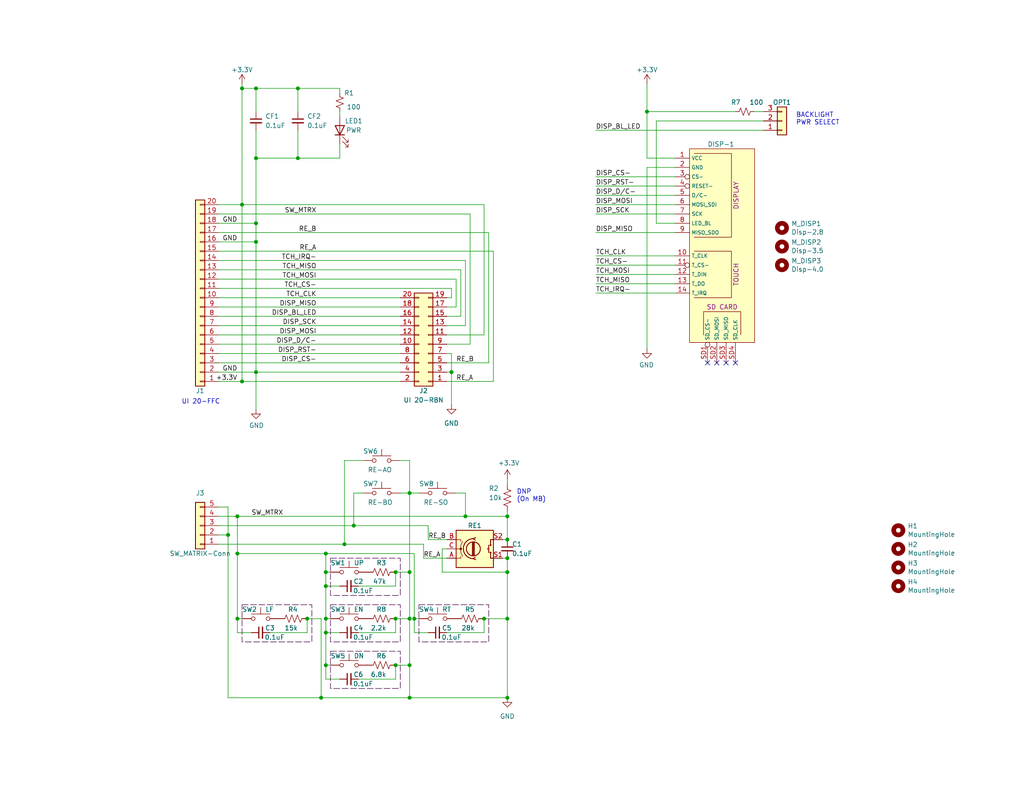
<source format=kicad_sch>
(kicad_sch (version 20230121) (generator eeschema)

  (uuid d47a7b22-f10c-4679-8afb-92a5dbfbf4b3)

  (paper "A")

  (title_block
    (title "MuKOB - UI Board")
    (date "2023-06-12")
    (rev "1")
    (company "Silky-Design (AESilky)")
    (comment 1 "Copyright AESilky 2023")
    (comment 4 "User Interface board for the MuKOB Device")
  )

  (lib_symbols
    (symbol "Connector_Generic:Conn_01x03" (pin_names (offset 1.016) hide) (in_bom yes) (on_board yes)
      (property "Reference" "J" (at 0 5.08 0)
        (effects (font (size 1.27 1.27)))
      )
      (property "Value" "Conn_01x03" (at 0 -5.08 0)
        (effects (font (size 1.27 1.27)))
      )
      (property "Footprint" "" (at 0 0 0)
        (effects (font (size 1.27 1.27)) hide)
      )
      (property "Datasheet" "~" (at 0 0 0)
        (effects (font (size 1.27 1.27)) hide)
      )
      (property "ki_keywords" "connector" (at 0 0 0)
        (effects (font (size 1.27 1.27)) hide)
      )
      (property "ki_description" "Generic connector, single row, 01x03, script generated (kicad-library-utils/schlib/autogen/connector/)" (at 0 0 0)
        (effects (font (size 1.27 1.27)) hide)
      )
      (property "ki_fp_filters" "Connector*:*_1x??_*" (at 0 0 0)
        (effects (font (size 1.27 1.27)) hide)
      )
      (symbol "Conn_01x03_1_1"
        (rectangle (start -1.27 -2.413) (end 0 -2.667)
          (stroke (width 0.1524) (type default))
          (fill (type none))
        )
        (rectangle (start -1.27 0.127) (end 0 -0.127)
          (stroke (width 0.1524) (type default))
          (fill (type none))
        )
        (rectangle (start -1.27 2.667) (end 0 2.413)
          (stroke (width 0.1524) (type default))
          (fill (type none))
        )
        (rectangle (start -1.27 3.81) (end 1.27 -3.81)
          (stroke (width 0.254) (type default))
          (fill (type background))
        )
        (pin passive line (at -5.08 2.54 0) (length 3.81)
          (name "Pin_1" (effects (font (size 1.27 1.27))))
          (number "1" (effects (font (size 1.27 1.27))))
        )
        (pin passive line (at -5.08 0 0) (length 3.81)
          (name "Pin_2" (effects (font (size 1.27 1.27))))
          (number "2" (effects (font (size 1.27 1.27))))
        )
        (pin passive line (at -5.08 -2.54 0) (length 3.81)
          (name "Pin_3" (effects (font (size 1.27 1.27))))
          (number "3" (effects (font (size 1.27 1.27))))
        )
      )
    )
    (symbol "Connector_Generic:Conn_01x05" (pin_names (offset 1.016) hide) (in_bom yes) (on_board yes)
      (property "Reference" "J" (at 0 7.62 0)
        (effects (font (size 1.27 1.27)))
      )
      (property "Value" "Conn_01x05" (at 0 -7.62 0)
        (effects (font (size 1.27 1.27)))
      )
      (property "Footprint" "" (at 0 0 0)
        (effects (font (size 1.27 1.27)) hide)
      )
      (property "Datasheet" "~" (at 0 0 0)
        (effects (font (size 1.27 1.27)) hide)
      )
      (property "ki_keywords" "connector" (at 0 0 0)
        (effects (font (size 1.27 1.27)) hide)
      )
      (property "ki_description" "Generic connector, single row, 01x05, script generated (kicad-library-utils/schlib/autogen/connector/)" (at 0 0 0)
        (effects (font (size 1.27 1.27)) hide)
      )
      (property "ki_fp_filters" "Connector*:*_1x??_*" (at 0 0 0)
        (effects (font (size 1.27 1.27)) hide)
      )
      (symbol "Conn_01x05_1_1"
        (rectangle (start -1.27 -4.953) (end 0 -5.207)
          (stroke (width 0.1524) (type default))
          (fill (type none))
        )
        (rectangle (start -1.27 -2.413) (end 0 -2.667)
          (stroke (width 0.1524) (type default))
          (fill (type none))
        )
        (rectangle (start -1.27 0.127) (end 0 -0.127)
          (stroke (width 0.1524) (type default))
          (fill (type none))
        )
        (rectangle (start -1.27 2.667) (end 0 2.413)
          (stroke (width 0.1524) (type default))
          (fill (type none))
        )
        (rectangle (start -1.27 5.207) (end 0 4.953)
          (stroke (width 0.1524) (type default))
          (fill (type none))
        )
        (rectangle (start -1.27 6.35) (end 1.27 -6.35)
          (stroke (width 0.254) (type default))
          (fill (type background))
        )
        (pin passive line (at -5.08 5.08 0) (length 3.81)
          (name "Pin_1" (effects (font (size 1.27 1.27))))
          (number "1" (effects (font (size 1.27 1.27))))
        )
        (pin passive line (at -5.08 2.54 0) (length 3.81)
          (name "Pin_2" (effects (font (size 1.27 1.27))))
          (number "2" (effects (font (size 1.27 1.27))))
        )
        (pin passive line (at -5.08 0 0) (length 3.81)
          (name "Pin_3" (effects (font (size 1.27 1.27))))
          (number "3" (effects (font (size 1.27 1.27))))
        )
        (pin passive line (at -5.08 -2.54 0) (length 3.81)
          (name "Pin_4" (effects (font (size 1.27 1.27))))
          (number "4" (effects (font (size 1.27 1.27))))
        )
        (pin passive line (at -5.08 -5.08 0) (length 3.81)
          (name "Pin_5" (effects (font (size 1.27 1.27))))
          (number "5" (effects (font (size 1.27 1.27))))
        )
      )
    )
    (symbol "Connector_Generic:Conn_01x20" (pin_names (offset 1.016) hide) (in_bom yes) (on_board yes)
      (property "Reference" "J" (at 0 25.4 0)
        (effects (font (size 1.27 1.27)))
      )
      (property "Value" "Conn_01x20" (at 0 -27.94 0)
        (effects (font (size 1.27 1.27)))
      )
      (property "Footprint" "" (at 0 0 0)
        (effects (font (size 1.27 1.27)) hide)
      )
      (property "Datasheet" "~" (at 0 0 0)
        (effects (font (size 1.27 1.27)) hide)
      )
      (property "ki_keywords" "connector" (at 0 0 0)
        (effects (font (size 1.27 1.27)) hide)
      )
      (property "ki_description" "Generic connector, single row, 01x20, script generated (kicad-library-utils/schlib/autogen/connector/)" (at 0 0 0)
        (effects (font (size 1.27 1.27)) hide)
      )
      (property "ki_fp_filters" "Connector*:*_1x??_*" (at 0 0 0)
        (effects (font (size 1.27 1.27)) hide)
      )
      (symbol "Conn_01x20_1_1"
        (rectangle (start -1.27 -25.273) (end 0 -25.527)
          (stroke (width 0.1524) (type default))
          (fill (type none))
        )
        (rectangle (start -1.27 -22.733) (end 0 -22.987)
          (stroke (width 0.1524) (type default))
          (fill (type none))
        )
        (rectangle (start -1.27 -20.193) (end 0 -20.447)
          (stroke (width 0.1524) (type default))
          (fill (type none))
        )
        (rectangle (start -1.27 -17.653) (end 0 -17.907)
          (stroke (width 0.1524) (type default))
          (fill (type none))
        )
        (rectangle (start -1.27 -15.113) (end 0 -15.367)
          (stroke (width 0.1524) (type default))
          (fill (type none))
        )
        (rectangle (start -1.27 -12.573) (end 0 -12.827)
          (stroke (width 0.1524) (type default))
          (fill (type none))
        )
        (rectangle (start -1.27 -10.033) (end 0 -10.287)
          (stroke (width 0.1524) (type default))
          (fill (type none))
        )
        (rectangle (start -1.27 -7.493) (end 0 -7.747)
          (stroke (width 0.1524) (type default))
          (fill (type none))
        )
        (rectangle (start -1.27 -4.953) (end 0 -5.207)
          (stroke (width 0.1524) (type default))
          (fill (type none))
        )
        (rectangle (start -1.27 -2.413) (end 0 -2.667)
          (stroke (width 0.1524) (type default))
          (fill (type none))
        )
        (rectangle (start -1.27 0.127) (end 0 -0.127)
          (stroke (width 0.1524) (type default))
          (fill (type none))
        )
        (rectangle (start -1.27 2.667) (end 0 2.413)
          (stroke (width 0.1524) (type default))
          (fill (type none))
        )
        (rectangle (start -1.27 5.207) (end 0 4.953)
          (stroke (width 0.1524) (type default))
          (fill (type none))
        )
        (rectangle (start -1.27 7.747) (end 0 7.493)
          (stroke (width 0.1524) (type default))
          (fill (type none))
        )
        (rectangle (start -1.27 10.287) (end 0 10.033)
          (stroke (width 0.1524) (type default))
          (fill (type none))
        )
        (rectangle (start -1.27 12.827) (end 0 12.573)
          (stroke (width 0.1524) (type default))
          (fill (type none))
        )
        (rectangle (start -1.27 15.367) (end 0 15.113)
          (stroke (width 0.1524) (type default))
          (fill (type none))
        )
        (rectangle (start -1.27 17.907) (end 0 17.653)
          (stroke (width 0.1524) (type default))
          (fill (type none))
        )
        (rectangle (start -1.27 20.447) (end 0 20.193)
          (stroke (width 0.1524) (type default))
          (fill (type none))
        )
        (rectangle (start -1.27 22.987) (end 0 22.733)
          (stroke (width 0.1524) (type default))
          (fill (type none))
        )
        (rectangle (start -1.27 24.13) (end 1.27 -26.67)
          (stroke (width 0.254) (type default))
          (fill (type background))
        )
        (pin passive line (at -5.08 22.86 0) (length 3.81)
          (name "Pin_1" (effects (font (size 1.27 1.27))))
          (number "1" (effects (font (size 1.27 1.27))))
        )
        (pin passive line (at -5.08 0 0) (length 3.81)
          (name "Pin_10" (effects (font (size 1.27 1.27))))
          (number "10" (effects (font (size 1.27 1.27))))
        )
        (pin passive line (at -5.08 -2.54 0) (length 3.81)
          (name "Pin_11" (effects (font (size 1.27 1.27))))
          (number "11" (effects (font (size 1.27 1.27))))
        )
        (pin passive line (at -5.08 -5.08 0) (length 3.81)
          (name "Pin_12" (effects (font (size 1.27 1.27))))
          (number "12" (effects (font (size 1.27 1.27))))
        )
        (pin passive line (at -5.08 -7.62 0) (length 3.81)
          (name "Pin_13" (effects (font (size 1.27 1.27))))
          (number "13" (effects (font (size 1.27 1.27))))
        )
        (pin passive line (at -5.08 -10.16 0) (length 3.81)
          (name "Pin_14" (effects (font (size 1.27 1.27))))
          (number "14" (effects (font (size 1.27 1.27))))
        )
        (pin passive line (at -5.08 -12.7 0) (length 3.81)
          (name "Pin_15" (effects (font (size 1.27 1.27))))
          (number "15" (effects (font (size 1.27 1.27))))
        )
        (pin passive line (at -5.08 -15.24 0) (length 3.81)
          (name "Pin_16" (effects (font (size 1.27 1.27))))
          (number "16" (effects (font (size 1.27 1.27))))
        )
        (pin passive line (at -5.08 -17.78 0) (length 3.81)
          (name "Pin_17" (effects (font (size 1.27 1.27))))
          (number "17" (effects (font (size 1.27 1.27))))
        )
        (pin passive line (at -5.08 -20.32 0) (length 3.81)
          (name "Pin_18" (effects (font (size 1.27 1.27))))
          (number "18" (effects (font (size 1.27 1.27))))
        )
        (pin passive line (at -5.08 -22.86 0) (length 3.81)
          (name "Pin_19" (effects (font (size 1.27 1.27))))
          (number "19" (effects (font (size 1.27 1.27))))
        )
        (pin passive line (at -5.08 20.32 0) (length 3.81)
          (name "Pin_2" (effects (font (size 1.27 1.27))))
          (number "2" (effects (font (size 1.27 1.27))))
        )
        (pin passive line (at -5.08 -25.4 0) (length 3.81)
          (name "Pin_20" (effects (font (size 1.27 1.27))))
          (number "20" (effects (font (size 1.27 1.27))))
        )
        (pin passive line (at -5.08 17.78 0) (length 3.81)
          (name "Pin_3" (effects (font (size 1.27 1.27))))
          (number "3" (effects (font (size 1.27 1.27))))
        )
        (pin passive line (at -5.08 15.24 0) (length 3.81)
          (name "Pin_4" (effects (font (size 1.27 1.27))))
          (number "4" (effects (font (size 1.27 1.27))))
        )
        (pin passive line (at -5.08 12.7 0) (length 3.81)
          (name "Pin_5" (effects (font (size 1.27 1.27))))
          (number "5" (effects (font (size 1.27 1.27))))
        )
        (pin passive line (at -5.08 10.16 0) (length 3.81)
          (name "Pin_6" (effects (font (size 1.27 1.27))))
          (number "6" (effects (font (size 1.27 1.27))))
        )
        (pin passive line (at -5.08 7.62 0) (length 3.81)
          (name "Pin_7" (effects (font (size 1.27 1.27))))
          (number "7" (effects (font (size 1.27 1.27))))
        )
        (pin passive line (at -5.08 5.08 0) (length 3.81)
          (name "Pin_8" (effects (font (size 1.27 1.27))))
          (number "8" (effects (font (size 1.27 1.27))))
        )
        (pin passive line (at -5.08 2.54 0) (length 3.81)
          (name "Pin_9" (effects (font (size 1.27 1.27))))
          (number "9" (effects (font (size 1.27 1.27))))
        )
      )
    )
    (symbol "Connector_Generic:Conn_02x10_Odd_Even" (pin_names (offset 1.016) hide) (in_bom yes) (on_board yes)
      (property "Reference" "J" (at 1.27 12.7 0)
        (effects (font (size 1.27 1.27)))
      )
      (property "Value" "Conn_02x10_Odd_Even" (at 1.27 -15.24 0)
        (effects (font (size 1.27 1.27)))
      )
      (property "Footprint" "" (at 0 0 0)
        (effects (font (size 1.27 1.27)) hide)
      )
      (property "Datasheet" "~" (at 0 0 0)
        (effects (font (size 1.27 1.27)) hide)
      )
      (property "ki_keywords" "connector" (at 0 0 0)
        (effects (font (size 1.27 1.27)) hide)
      )
      (property "ki_description" "Generic connector, double row, 02x10, odd/even pin numbering scheme (row 1 odd numbers, row 2 even numbers), script generated (kicad-library-utils/schlib/autogen/connector/)" (at 0 0 0)
        (effects (font (size 1.27 1.27)) hide)
      )
      (property "ki_fp_filters" "Connector*:*_2x??_*" (at 0 0 0)
        (effects (font (size 1.27 1.27)) hide)
      )
      (symbol "Conn_02x10_Odd_Even_1_1"
        (rectangle (start -1.27 -12.573) (end 0 -12.827)
          (stroke (width 0.1524) (type default))
          (fill (type none))
        )
        (rectangle (start -1.27 -10.033) (end 0 -10.287)
          (stroke (width 0.1524) (type default))
          (fill (type none))
        )
        (rectangle (start -1.27 -7.493) (end 0 -7.747)
          (stroke (width 0.1524) (type default))
          (fill (type none))
        )
        (rectangle (start -1.27 -4.953) (end 0 -5.207)
          (stroke (width 0.1524) (type default))
          (fill (type none))
        )
        (rectangle (start -1.27 -2.413) (end 0 -2.667)
          (stroke (width 0.1524) (type default))
          (fill (type none))
        )
        (rectangle (start -1.27 0.127) (end 0 -0.127)
          (stroke (width 0.1524) (type default))
          (fill (type none))
        )
        (rectangle (start -1.27 2.667) (end 0 2.413)
          (stroke (width 0.1524) (type default))
          (fill (type none))
        )
        (rectangle (start -1.27 5.207) (end 0 4.953)
          (stroke (width 0.1524) (type default))
          (fill (type none))
        )
        (rectangle (start -1.27 7.747) (end 0 7.493)
          (stroke (width 0.1524) (type default))
          (fill (type none))
        )
        (rectangle (start -1.27 10.287) (end 0 10.033)
          (stroke (width 0.1524) (type default))
          (fill (type none))
        )
        (rectangle (start -1.27 11.43) (end 3.81 -13.97)
          (stroke (width 0.254) (type default))
          (fill (type background))
        )
        (rectangle (start 3.81 -12.573) (end 2.54 -12.827)
          (stroke (width 0.1524) (type default))
          (fill (type none))
        )
        (rectangle (start 3.81 -10.033) (end 2.54 -10.287)
          (stroke (width 0.1524) (type default))
          (fill (type none))
        )
        (rectangle (start 3.81 -7.493) (end 2.54 -7.747)
          (stroke (width 0.1524) (type default))
          (fill (type none))
        )
        (rectangle (start 3.81 -4.953) (end 2.54 -5.207)
          (stroke (width 0.1524) (type default))
          (fill (type none))
        )
        (rectangle (start 3.81 -2.413) (end 2.54 -2.667)
          (stroke (width 0.1524) (type default))
          (fill (type none))
        )
        (rectangle (start 3.81 0.127) (end 2.54 -0.127)
          (stroke (width 0.1524) (type default))
          (fill (type none))
        )
        (rectangle (start 3.81 2.667) (end 2.54 2.413)
          (stroke (width 0.1524) (type default))
          (fill (type none))
        )
        (rectangle (start 3.81 5.207) (end 2.54 4.953)
          (stroke (width 0.1524) (type default))
          (fill (type none))
        )
        (rectangle (start 3.81 7.747) (end 2.54 7.493)
          (stroke (width 0.1524) (type default))
          (fill (type none))
        )
        (rectangle (start 3.81 10.287) (end 2.54 10.033)
          (stroke (width 0.1524) (type default))
          (fill (type none))
        )
        (pin passive line (at -5.08 10.16 0) (length 3.81)
          (name "Pin_1" (effects (font (size 1.27 1.27))))
          (number "1" (effects (font (size 1.27 1.27))))
        )
        (pin passive line (at 7.62 0 180) (length 3.81)
          (name "Pin_10" (effects (font (size 1.27 1.27))))
          (number "10" (effects (font (size 1.27 1.27))))
        )
        (pin passive line (at -5.08 -2.54 0) (length 3.81)
          (name "Pin_11" (effects (font (size 1.27 1.27))))
          (number "11" (effects (font (size 1.27 1.27))))
        )
        (pin passive line (at 7.62 -2.54 180) (length 3.81)
          (name "Pin_12" (effects (font (size 1.27 1.27))))
          (number "12" (effects (font (size 1.27 1.27))))
        )
        (pin passive line (at -5.08 -5.08 0) (length 3.81)
          (name "Pin_13" (effects (font (size 1.27 1.27))))
          (number "13" (effects (font (size 1.27 1.27))))
        )
        (pin passive line (at 7.62 -5.08 180) (length 3.81)
          (name "Pin_14" (effects (font (size 1.27 1.27))))
          (number "14" (effects (font (size 1.27 1.27))))
        )
        (pin passive line (at -5.08 -7.62 0) (length 3.81)
          (name "Pin_15" (effects (font (size 1.27 1.27))))
          (number "15" (effects (font (size 1.27 1.27))))
        )
        (pin passive line (at 7.62 -7.62 180) (length 3.81)
          (name "Pin_16" (effects (font (size 1.27 1.27))))
          (number "16" (effects (font (size 1.27 1.27))))
        )
        (pin passive line (at -5.08 -10.16 0) (length 3.81)
          (name "Pin_17" (effects (font (size 1.27 1.27))))
          (number "17" (effects (font (size 1.27 1.27))))
        )
        (pin passive line (at 7.62 -10.16 180) (length 3.81)
          (name "Pin_18" (effects (font (size 1.27 1.27))))
          (number "18" (effects (font (size 1.27 1.27))))
        )
        (pin passive line (at -5.08 -12.7 0) (length 3.81)
          (name "Pin_19" (effects (font (size 1.27 1.27))))
          (number "19" (effects (font (size 1.27 1.27))))
        )
        (pin passive line (at 7.62 10.16 180) (length 3.81)
          (name "Pin_2" (effects (font (size 1.27 1.27))))
          (number "2" (effects (font (size 1.27 1.27))))
        )
        (pin passive line (at 7.62 -12.7 180) (length 3.81)
          (name "Pin_20" (effects (font (size 1.27 1.27))))
          (number "20" (effects (font (size 1.27 1.27))))
        )
        (pin passive line (at -5.08 7.62 0) (length 3.81)
          (name "Pin_3" (effects (font (size 1.27 1.27))))
          (number "3" (effects (font (size 1.27 1.27))))
        )
        (pin passive line (at 7.62 7.62 180) (length 3.81)
          (name "Pin_4" (effects (font (size 1.27 1.27))))
          (number "4" (effects (font (size 1.27 1.27))))
        )
        (pin passive line (at -5.08 5.08 0) (length 3.81)
          (name "Pin_5" (effects (font (size 1.27 1.27))))
          (number "5" (effects (font (size 1.27 1.27))))
        )
        (pin passive line (at 7.62 5.08 180) (length 3.81)
          (name "Pin_6" (effects (font (size 1.27 1.27))))
          (number "6" (effects (font (size 1.27 1.27))))
        )
        (pin passive line (at -5.08 2.54 0) (length 3.81)
          (name "Pin_7" (effects (font (size 1.27 1.27))))
          (number "7" (effects (font (size 1.27 1.27))))
        )
        (pin passive line (at 7.62 2.54 180) (length 3.81)
          (name "Pin_8" (effects (font (size 1.27 1.27))))
          (number "8" (effects (font (size 1.27 1.27))))
        )
        (pin passive line (at -5.08 0 0) (length 3.81)
          (name "Pin_9" (effects (font (size 1.27 1.27))))
          (number "9" (effects (font (size 1.27 1.27))))
        )
      )
    )
    (symbol "Device:C_Small" (pin_numbers hide) (pin_names (offset 0.254) hide) (in_bom yes) (on_board yes)
      (property "Reference" "C" (at 0.254 1.778 0)
        (effects (font (size 1.27 1.27)) (justify left))
      )
      (property "Value" "C_Small" (at 0.254 -2.032 0)
        (effects (font (size 1.27 1.27)) (justify left))
      )
      (property "Footprint" "" (at 0 0 0)
        (effects (font (size 1.27 1.27)) hide)
      )
      (property "Datasheet" "~" (at 0 0 0)
        (effects (font (size 1.27 1.27)) hide)
      )
      (property "ki_keywords" "capacitor cap" (at 0 0 0)
        (effects (font (size 1.27 1.27)) hide)
      )
      (property "ki_description" "Unpolarized capacitor, small symbol" (at 0 0 0)
        (effects (font (size 1.27 1.27)) hide)
      )
      (property "ki_fp_filters" "C_*" (at 0 0 0)
        (effects (font (size 1.27 1.27)) hide)
      )
      (symbol "C_Small_0_1"
        (polyline
          (pts
            (xy -1.524 -0.508)
            (xy 1.524 -0.508)
          )
          (stroke (width 0.3302) (type default))
          (fill (type none))
        )
        (polyline
          (pts
            (xy -1.524 0.508)
            (xy 1.524 0.508)
          )
          (stroke (width 0.3048) (type default))
          (fill (type none))
        )
      )
      (symbol "C_Small_1_1"
        (pin passive line (at 0 2.54 270) (length 2.032)
          (name "~" (effects (font (size 1.27 1.27))))
          (number "1" (effects (font (size 1.27 1.27))))
        )
        (pin passive line (at 0 -2.54 90) (length 2.032)
          (name "~" (effects (font (size 1.27 1.27))))
          (number "2" (effects (font (size 1.27 1.27))))
        )
      )
    )
    (symbol "Device:LED" (pin_numbers hide) (pin_names (offset 1.016) hide) (in_bom yes) (on_board yes)
      (property "Reference" "D" (at 0 2.54 0)
        (effects (font (size 1.27 1.27)))
      )
      (property "Value" "LED" (at 0 -2.54 0)
        (effects (font (size 1.27 1.27)))
      )
      (property "Footprint" "" (at 0 0 0)
        (effects (font (size 1.27 1.27)) hide)
      )
      (property "Datasheet" "~" (at 0 0 0)
        (effects (font (size 1.27 1.27)) hide)
      )
      (property "ki_keywords" "LED diode" (at 0 0 0)
        (effects (font (size 1.27 1.27)) hide)
      )
      (property "ki_description" "Light emitting diode" (at 0 0 0)
        (effects (font (size 1.27 1.27)) hide)
      )
      (property "ki_fp_filters" "LED* LED_SMD:* LED_THT:*" (at 0 0 0)
        (effects (font (size 1.27 1.27)) hide)
      )
      (symbol "LED_0_1"
        (polyline
          (pts
            (xy -1.27 -1.27)
            (xy -1.27 1.27)
          )
          (stroke (width 0.254) (type default))
          (fill (type none))
        )
        (polyline
          (pts
            (xy -1.27 0)
            (xy 1.27 0)
          )
          (stroke (width 0) (type default))
          (fill (type none))
        )
        (polyline
          (pts
            (xy 1.27 -1.27)
            (xy 1.27 1.27)
            (xy -1.27 0)
            (xy 1.27 -1.27)
          )
          (stroke (width 0.254) (type default))
          (fill (type none))
        )
        (polyline
          (pts
            (xy -3.048 -0.762)
            (xy -4.572 -2.286)
            (xy -3.81 -2.286)
            (xy -4.572 -2.286)
            (xy -4.572 -1.524)
          )
          (stroke (width 0) (type default))
          (fill (type none))
        )
        (polyline
          (pts
            (xy -1.778 -0.762)
            (xy -3.302 -2.286)
            (xy -2.54 -2.286)
            (xy -3.302 -2.286)
            (xy -3.302 -1.524)
          )
          (stroke (width 0) (type default))
          (fill (type none))
        )
      )
      (symbol "LED_1_1"
        (pin passive line (at -3.81 0 0) (length 2.54)
          (name "K" (effects (font (size 1.27 1.27))))
          (number "1" (effects (font (size 1.27 1.27))))
        )
        (pin passive line (at 3.81 0 180) (length 2.54)
          (name "A" (effects (font (size 1.27 1.27))))
          (number "2" (effects (font (size 1.27 1.27))))
        )
      )
    )
    (symbol "Device:R_Small_US" (pin_numbers hide) (pin_names (offset 0.254) hide) (in_bom yes) (on_board yes)
      (property "Reference" "R" (at 0.762 0.508 0)
        (effects (font (size 1.27 1.27)) (justify left))
      )
      (property "Value" "R_Small_US" (at 0.762 -1.016 0)
        (effects (font (size 1.27 1.27)) (justify left))
      )
      (property "Footprint" "" (at 0 0 0)
        (effects (font (size 1.27 1.27)) hide)
      )
      (property "Datasheet" "~" (at 0 0 0)
        (effects (font (size 1.27 1.27)) hide)
      )
      (property "ki_keywords" "r resistor" (at 0 0 0)
        (effects (font (size 1.27 1.27)) hide)
      )
      (property "ki_description" "Resistor, small US symbol" (at 0 0 0)
        (effects (font (size 1.27 1.27)) hide)
      )
      (property "ki_fp_filters" "R_*" (at 0 0 0)
        (effects (font (size 1.27 1.27)) hide)
      )
      (symbol "R_Small_US_1_1"
        (polyline
          (pts
            (xy 0 0)
            (xy 1.016 -0.381)
            (xy 0 -0.762)
            (xy -1.016 -1.143)
            (xy 0 -1.524)
          )
          (stroke (width 0) (type default))
          (fill (type none))
        )
        (polyline
          (pts
            (xy 0 1.524)
            (xy 1.016 1.143)
            (xy 0 0.762)
            (xy -1.016 0.381)
            (xy 0 0)
          )
          (stroke (width 0) (type default))
          (fill (type none))
        )
        (pin passive line (at 0 2.54 270) (length 1.016)
          (name "~" (effects (font (size 1.27 1.27))))
          (number "1" (effects (font (size 1.27 1.27))))
        )
        (pin passive line (at 0 -2.54 90) (length 1.016)
          (name "~" (effects (font (size 1.27 1.27))))
          (number "2" (effects (font (size 1.27 1.27))))
        )
      )
    )
    (symbol "Device:R_US" (pin_numbers hide) (pin_names (offset 0)) (in_bom yes) (on_board yes)
      (property "Reference" "R" (at 2.54 0 90)
        (effects (font (size 1.27 1.27)))
      )
      (property "Value" "R_US" (at -2.54 0 90)
        (effects (font (size 1.27 1.27)))
      )
      (property "Footprint" "" (at 1.016 -0.254 90)
        (effects (font (size 1.27 1.27)) hide)
      )
      (property "Datasheet" "~" (at 0 0 0)
        (effects (font (size 1.27 1.27)) hide)
      )
      (property "ki_keywords" "R res resistor" (at 0 0 0)
        (effects (font (size 1.27 1.27)) hide)
      )
      (property "ki_description" "Resistor, US symbol" (at 0 0 0)
        (effects (font (size 1.27 1.27)) hide)
      )
      (property "ki_fp_filters" "R_*" (at 0 0 0)
        (effects (font (size 1.27 1.27)) hide)
      )
      (symbol "R_US_0_1"
        (polyline
          (pts
            (xy 0 -2.286)
            (xy 0 -2.54)
          )
          (stroke (width 0) (type default))
          (fill (type none))
        )
        (polyline
          (pts
            (xy 0 2.286)
            (xy 0 2.54)
          )
          (stroke (width 0) (type default))
          (fill (type none))
        )
        (polyline
          (pts
            (xy 0 -0.762)
            (xy 1.016 -1.143)
            (xy 0 -1.524)
            (xy -1.016 -1.905)
            (xy 0 -2.286)
          )
          (stroke (width 0) (type default))
          (fill (type none))
        )
        (polyline
          (pts
            (xy 0 0.762)
            (xy 1.016 0.381)
            (xy 0 0)
            (xy -1.016 -0.381)
            (xy 0 -0.762)
          )
          (stroke (width 0) (type default))
          (fill (type none))
        )
        (polyline
          (pts
            (xy 0 2.286)
            (xy 1.016 1.905)
            (xy 0 1.524)
            (xy -1.016 1.143)
            (xy 0 0.762)
          )
          (stroke (width 0) (type default))
          (fill (type none))
        )
      )
      (symbol "R_US_1_1"
        (pin passive line (at 0 3.81 270) (length 1.27)
          (name "~" (effects (font (size 1.27 1.27))))
          (number "1" (effects (font (size 1.27 1.27))))
        )
        (pin passive line (at 0 -3.81 90) (length 1.27)
          (name "~" (effects (font (size 1.27 1.27))))
          (number "2" (effects (font (size 1.27 1.27))))
        )
      )
    )
    (symbol "Device:RotaryEncoder_Switch" (pin_names (offset 0.254) hide) (in_bom yes) (on_board yes)
      (property "Reference" "SW" (at 0 6.604 0)
        (effects (font (size 1.27 1.27)))
      )
      (property "Value" "RotaryEncoder_Switch" (at 0 -6.604 0)
        (effects (font (size 1.27 1.27)))
      )
      (property "Footprint" "" (at -3.81 4.064 0)
        (effects (font (size 1.27 1.27)) hide)
      )
      (property "Datasheet" "~" (at 0 6.604 0)
        (effects (font (size 1.27 1.27)) hide)
      )
      (property "ki_keywords" "rotary switch encoder switch push button" (at 0 0 0)
        (effects (font (size 1.27 1.27)) hide)
      )
      (property "ki_description" "Rotary encoder, dual channel, incremental quadrate outputs, with switch" (at 0 0 0)
        (effects (font (size 1.27 1.27)) hide)
      )
      (property "ki_fp_filters" "RotaryEncoder*Switch*" (at 0 0 0)
        (effects (font (size 1.27 1.27)) hide)
      )
      (symbol "RotaryEncoder_Switch_0_1"
        (rectangle (start -5.08 5.08) (end 5.08 -5.08)
          (stroke (width 0.254) (type default))
          (fill (type background))
        )
        (circle (center -3.81 0) (radius 0.254)
          (stroke (width 0) (type default))
          (fill (type outline))
        )
        (circle (center -0.381 0) (radius 1.905)
          (stroke (width 0.254) (type default))
          (fill (type none))
        )
        (arc (start -0.381 2.667) (mid -3.0988 -0.0635) (end -0.381 -2.794)
          (stroke (width 0.254) (type default))
          (fill (type none))
        )
        (polyline
          (pts
            (xy -0.635 -1.778)
            (xy -0.635 1.778)
          )
          (stroke (width 0.254) (type default))
          (fill (type none))
        )
        (polyline
          (pts
            (xy -0.381 -1.778)
            (xy -0.381 1.778)
          )
          (stroke (width 0.254) (type default))
          (fill (type none))
        )
        (polyline
          (pts
            (xy -0.127 1.778)
            (xy -0.127 -1.778)
          )
          (stroke (width 0.254) (type default))
          (fill (type none))
        )
        (polyline
          (pts
            (xy 3.81 0)
            (xy 3.429 0)
          )
          (stroke (width 0.254) (type default))
          (fill (type none))
        )
        (polyline
          (pts
            (xy 3.81 1.016)
            (xy 3.81 -1.016)
          )
          (stroke (width 0.254) (type default))
          (fill (type none))
        )
        (polyline
          (pts
            (xy -5.08 -2.54)
            (xy -3.81 -2.54)
            (xy -3.81 -2.032)
          )
          (stroke (width 0) (type default))
          (fill (type none))
        )
        (polyline
          (pts
            (xy -5.08 2.54)
            (xy -3.81 2.54)
            (xy -3.81 2.032)
          )
          (stroke (width 0) (type default))
          (fill (type none))
        )
        (polyline
          (pts
            (xy 0.254 -3.048)
            (xy -0.508 -2.794)
            (xy 0.127 -2.413)
          )
          (stroke (width 0.254) (type default))
          (fill (type none))
        )
        (polyline
          (pts
            (xy 0.254 2.921)
            (xy -0.508 2.667)
            (xy 0.127 2.286)
          )
          (stroke (width 0.254) (type default))
          (fill (type none))
        )
        (polyline
          (pts
            (xy 5.08 -2.54)
            (xy 4.318 -2.54)
            (xy 4.318 -1.016)
          )
          (stroke (width 0.254) (type default))
          (fill (type none))
        )
        (polyline
          (pts
            (xy 5.08 2.54)
            (xy 4.318 2.54)
            (xy 4.318 1.016)
          )
          (stroke (width 0.254) (type default))
          (fill (type none))
        )
        (polyline
          (pts
            (xy -5.08 0)
            (xy -3.81 0)
            (xy -3.81 -1.016)
            (xy -3.302 -2.032)
          )
          (stroke (width 0) (type default))
          (fill (type none))
        )
        (polyline
          (pts
            (xy -4.318 0)
            (xy -3.81 0)
            (xy -3.81 1.016)
            (xy -3.302 2.032)
          )
          (stroke (width 0) (type default))
          (fill (type none))
        )
        (circle (center 4.318 -1.016) (radius 0.127)
          (stroke (width 0.254) (type default))
          (fill (type none))
        )
        (circle (center 4.318 1.016) (radius 0.127)
          (stroke (width 0.254) (type default))
          (fill (type none))
        )
      )
      (symbol "RotaryEncoder_Switch_1_1"
        (pin passive line (at -7.62 2.54 0) (length 2.54)
          (name "A" (effects (font (size 1.27 1.27))))
          (number "A" (effects (font (size 1.27 1.27))))
        )
        (pin passive line (at -7.62 -2.54 0) (length 2.54)
          (name "B" (effects (font (size 1.27 1.27))))
          (number "B" (effects (font (size 1.27 1.27))))
        )
        (pin passive line (at -7.62 0 0) (length 2.54)
          (name "C" (effects (font (size 1.27 1.27))))
          (number "C" (effects (font (size 1.27 1.27))))
        )
        (pin passive line (at 7.62 2.54 180) (length 2.54)
          (name "S1" (effects (font (size 1.27 1.27))))
          (number "S1" (effects (font (size 1.27 1.27))))
        )
        (pin passive line (at 7.62 -2.54 180) (length 2.54)
          (name "S2" (effects (font (size 1.27 1.27))))
          (number "S2" (effects (font (size 1.27 1.27))))
        )
      )
    )
    (symbol "Display_Panel_SPI_I2C:TFT_SPI_TP_SD_35" (in_bom yes) (on_board yes)
      (property "Reference" "DISP-" (at 0.19 27.94 0)
        (effects (font (size 1.27 1.27)))
      )
      (property "Value" "" (at 0.19 26.67 0)
        (effects (font (size 1.27 1.27)))
      )
      (property "Footprint" "" (at 0.19 26.67 0)
        (effects (font (size 1.27 1.27)) hide)
      )
      (property "Datasheet" "QDTECH QD3503-Specification.pdf" (at 0.19 26.67 0)
        (effects (font (size 1.27 1.27)) hide)
      )
      (property "ki_keywords" "QDTECH SPI TFT LCD 320x480 TOUCH SD DISPLAY" (at 0 0 0)
        (effects (font (size 1.27 1.27)) hide)
      )
      (property "ki_description" "QDTECH QD3503 3.5in 320x480 SPI TFT-LCD display w/ touch-screen and SD card slot" (at 0 0 0)
        (effects (font (size 1.27 1.27)) hide)
      )
      (symbol "TFT_SPI_TP_SD_35_0_1"
        (polyline
          (pts
            (xy -7.43 -1.27)
            (xy 2.73 -1.27)
            (xy 2.73 -13.97)
            (xy -7.43 -13.97)
          )
          (stroke (width 0) (type default))
          (fill (type none))
        )
        (polyline
          (pts
            (xy -7.43 25.4)
            (xy 2.73 25.4)
            (xy 2.73 2.54)
            (xy -7.43 2.54)
          )
          (stroke (width 0) (type default))
          (fill (type none))
        )
      )
      (symbol "TFT_SPI_TP_SD_35_1_0"
        (pin power_in line (at -12.7 24.13 0) (length 4)
          (name "VCC" (effects (font (size 1 1))))
          (number "1" (effects (font (size 1.27 1.27))))
        )
        (pin input line (at -12.7 -2.54 0) (length 4)
          (name "T_CLK" (effects (font (size 1 1))))
          (number "10" (effects (font (size 1.27 1.27))))
        )
        (pin input inverted (at -12.7 -5.08 0) (length 4)
          (name "T_CS-" (effects (font (size 1 1))))
          (number "11" (effects (font (size 1.27 1.27))))
        )
        (pin input line (at -12.7 -7.62 0) (length 4)
          (name "T_DIN" (effects (font (size 1 1))))
          (number "12" (effects (font (size 1.27 1.27))))
        )
        (pin input line (at -12.7 -10.16 0) (length 4)
          (name "T_DO" (effects (font (size 1 1))))
          (number "13" (effects (font (size 1.27 1.27))))
        )
        (pin input line (at -12.7 -12.7 0) (length 4)
          (name "T_IRQ" (effects (font (size 1 1))))
          (number "14" (effects (font (size 1.27 1.27))))
        )
        (pin power_in line (at -12.7 21.59 0) (length 4)
          (name "GND" (effects (font (size 1 1))))
          (number "2" (effects (font (size 1.27 1.27))))
        )
        (pin input inverted (at -12.7 19.05 0) (length 4)
          (name "CS-" (effects (font (size 1 1))))
          (number "3" (effects (font (size 1.27 1.27))))
        )
        (pin input inverted (at -12.7 16.51 0) (length 4)
          (name "RESET-" (effects (font (size 1 1))))
          (number "4" (effects (font (size 1.27 1.27))))
        )
        (pin input line (at -12.7 13.97 0) (length 4)
          (name "D/C-" (effects (font (size 1 1))))
          (number "5" (effects (font (size 1.27 1.27))))
        )
        (pin input line (at -12.7 11.43 0) (length 4)
          (name "MOSI_SDI" (effects (font (size 1 1))))
          (number "6" (effects (font (size 1.27 1.27))))
        )
        (pin input line (at -12.7 8.89 0) (length 4)
          (name "SCK" (effects (font (size 1 1))))
          (number "7" (effects (font (size 1.27 1.27))))
        )
        (pin input line (at -12.7 6.35 0) (length 4)
          (name "LED_BL" (effects (font (size 1 1))))
          (number "8" (effects (font (size 1.27 1.27))))
        )
        (pin input line (at -12.7 3.81 0) (length 4)
          (name "MISO_SDO" (effects (font (size 1 1))))
          (number "9" (effects (font (size 1.27 1.27))))
        )
        (pin input inverted (at -3.81 -31.75 90) (length 5.6)
          (name "SD_CS-" (effects (font (size 1 1))))
          (number "SD1" (effects (font (size 1.27 1.27))))
        )
        (pin input line (at -1.27 -31.75 90) (length 5.6)
          (name "SD_MOSI" (effects (font (size 1 1))))
          (number "SD2" (effects (font (size 1.27 1.27))))
        )
        (pin input line (at 1.27 -31.75 90) (length 5.6)
          (name "SD_MISO" (effects (font (size 1 1))))
          (number "SD3" (effects (font (size 1.27 1.27))))
        )
        (pin input line (at 3.81 -31.75 90) (length 5.6)
          (name "SD_CLK" (effects (font (size 1 1))))
          (number "SD4" (effects (font (size 1.27 1.27))))
        )
      )
      (symbol "TFT_SPI_TP_SD_35_1_1"
        (rectangle (start -8.7 26.67) (end 9.08 -26.1993)
          (stroke (width 0) (type default))
          (fill (type background))
        )
        (polyline
          (pts
            (xy -4.89 -24.13)
            (xy -4.89 -17.78)
            (xy 5.27 -17.78)
            (xy 5.27 -24.13)
          )
          (stroke (width 0) (type default))
          (fill (type none))
        )
        (text "DISPLAY" (at 4 13.97 900)
          (effects (font (size 1.27 1.27) (color 132 0 132 1)))
        )
        (text "SD CARD" (at 0.19 -16.51 0)
          (effects (font (size 1.27 1.27) (color 132 0 132 1)))
        )
        (text "TOUCH" (at 4 -7.62 900)
          (effects (font (size 1.27 1.27) (color 132 0 132 1)))
        )
      )
    )
    (symbol "Mechanical:MountingHole" (pin_names (offset 1.016)) (in_bom yes) (on_board yes)
      (property "Reference" "H" (at 0 5.08 0)
        (effects (font (size 1.27 1.27)))
      )
      (property "Value" "MountingHole" (at 0 3.175 0)
        (effects (font (size 1.27 1.27)))
      )
      (property "Footprint" "" (at 0 0 0)
        (effects (font (size 1.27 1.27)) hide)
      )
      (property "Datasheet" "~" (at 0 0 0)
        (effects (font (size 1.27 1.27)) hide)
      )
      (property "ki_keywords" "mounting hole" (at 0 0 0)
        (effects (font (size 1.27 1.27)) hide)
      )
      (property "ki_description" "Mounting Hole without connection" (at 0 0 0)
        (effects (font (size 1.27 1.27)) hide)
      )
      (property "ki_fp_filters" "MountingHole*" (at 0 0 0)
        (effects (font (size 1.27 1.27)) hide)
      )
      (symbol "MountingHole_0_1"
        (circle (center 0 0) (radius 1.27)
          (stroke (width 1.27) (type default))
          (fill (type none))
        )
      )
    )
    (symbol "Switch:SW_Push" (pin_numbers hide) (pin_names (offset 1.016) hide) (in_bom yes) (on_board yes)
      (property "Reference" "SW" (at 1.27 2.54 0)
        (effects (font (size 1.27 1.27)) (justify left))
      )
      (property "Value" "SW_Push" (at 0 -1.524 0)
        (effects (font (size 1.27 1.27)))
      )
      (property "Footprint" "" (at 0 5.08 0)
        (effects (font (size 1.27 1.27)) hide)
      )
      (property "Datasheet" "~" (at 0 5.08 0)
        (effects (font (size 1.27 1.27)) hide)
      )
      (property "ki_keywords" "switch normally-open pushbutton push-button" (at 0 0 0)
        (effects (font (size 1.27 1.27)) hide)
      )
      (property "ki_description" "Push button switch, generic, two pins" (at 0 0 0)
        (effects (font (size 1.27 1.27)) hide)
      )
      (symbol "SW_Push_0_1"
        (circle (center -2.032 0) (radius 0.508)
          (stroke (width 0) (type default))
          (fill (type none))
        )
        (polyline
          (pts
            (xy 0 1.27)
            (xy 0 3.048)
          )
          (stroke (width 0) (type default))
          (fill (type none))
        )
        (polyline
          (pts
            (xy 2.54 1.27)
            (xy -2.54 1.27)
          )
          (stroke (width 0) (type default))
          (fill (type none))
        )
        (circle (center 2.032 0) (radius 0.508)
          (stroke (width 0) (type default))
          (fill (type none))
        )
        (pin passive line (at -5.08 0 0) (length 2.54)
          (name "1" (effects (font (size 1.27 1.27))))
          (number "1" (effects (font (size 1.27 1.27))))
        )
        (pin passive line (at 5.08 0 180) (length 2.54)
          (name "2" (effects (font (size 1.27 1.27))))
          (number "2" (effects (font (size 1.27 1.27))))
        )
      )
    )
    (symbol "power:+3.3V" (power) (pin_names (offset 0)) (in_bom yes) (on_board yes)
      (property "Reference" "#PWR" (at 0 -3.81 0)
        (effects (font (size 1.27 1.27)) hide)
      )
      (property "Value" "+3.3V" (at 0 3.556 0)
        (effects (font (size 1.27 1.27)))
      )
      (property "Footprint" "" (at 0 0 0)
        (effects (font (size 1.27 1.27)) hide)
      )
      (property "Datasheet" "" (at 0 0 0)
        (effects (font (size 1.27 1.27)) hide)
      )
      (property "ki_keywords" "global power" (at 0 0 0)
        (effects (font (size 1.27 1.27)) hide)
      )
      (property "ki_description" "Power symbol creates a global label with name \"+3.3V\"" (at 0 0 0)
        (effects (font (size 1.27 1.27)) hide)
      )
      (symbol "+3.3V_0_1"
        (polyline
          (pts
            (xy -0.762 1.27)
            (xy 0 2.54)
          )
          (stroke (width 0) (type default))
          (fill (type none))
        )
        (polyline
          (pts
            (xy 0 0)
            (xy 0 2.54)
          )
          (stroke (width 0) (type default))
          (fill (type none))
        )
        (polyline
          (pts
            (xy 0 2.54)
            (xy 0.762 1.27)
          )
          (stroke (width 0) (type default))
          (fill (type none))
        )
      )
      (symbol "+3.3V_1_1"
        (pin power_in line (at 0 0 90) (length 0) hide
          (name "+3.3V" (effects (font (size 1.27 1.27))))
          (number "1" (effects (font (size 1.27 1.27))))
        )
      )
    )
    (symbol "power:GND" (power) (pin_names (offset 0)) (in_bom yes) (on_board yes)
      (property "Reference" "#PWR" (at 0 -6.35 0)
        (effects (font (size 1.27 1.27)) hide)
      )
      (property "Value" "GND" (at 0 -3.81 0)
        (effects (font (size 1.27 1.27)))
      )
      (property "Footprint" "" (at 0 0 0)
        (effects (font (size 1.27 1.27)) hide)
      )
      (property "Datasheet" "" (at 0 0 0)
        (effects (font (size 1.27 1.27)) hide)
      )
      (property "ki_keywords" "global power" (at 0 0 0)
        (effects (font (size 1.27 1.27)) hide)
      )
      (property "ki_description" "Power symbol creates a global label with name \"GND\" , ground" (at 0 0 0)
        (effects (font (size 1.27 1.27)) hide)
      )
      (symbol "GND_0_1"
        (polyline
          (pts
            (xy 0 0)
            (xy 0 -1.27)
            (xy 1.27 -1.27)
            (xy 0 -2.54)
            (xy -1.27 -1.27)
            (xy 0 -1.27)
          )
          (stroke (width 0) (type default))
          (fill (type none))
        )
      )
      (symbol "GND_1_1"
        (pin power_in line (at 0 0 270) (length 0) hide
          (name "GND" (effects (font (size 1.27 1.27))))
          (number "1" (effects (font (size 1.27 1.27))))
        )
      )
    )
  )

  (junction (at 88.9 160.02) (diameter 0) (color 0 0 0 0)
    (uuid 00ee17c7-f767-415a-a1f2-cf1aeeeca719)
  )
  (junction (at 69.85 43.18) (diameter 0) (color 0 0 0 0)
    (uuid 058916e7-ccb9-4e68-bc58-9c412cf532af)
  )
  (junction (at 66.04 24.13) (diameter 0) (color 0 0 0 0)
    (uuid 0991f769-5301-414d-8729-64e6365fc90c)
  )
  (junction (at 96.52 143.51) (diameter 0) (color 0 0 0 0)
    (uuid 0a78e00b-1034-4de3-a865-7c648b292d25)
  )
  (junction (at 138.43 140.97) (diameter 0) (color 0 0 0 0)
    (uuid 0fe6b104-1c92-4b1a-8f6d-88dc269edac6)
  )
  (junction (at 107.95 156.21) (diameter 0) (color 0 0 0 0)
    (uuid 1caedec2-5ca7-4320-aa11-a8b3cef36495)
  )
  (junction (at 62.23 146.05) (diameter 0) (color 0 0 0 0)
    (uuid 1d4d5145-1743-44d4-a535-7c6c2cc60c07)
  )
  (junction (at 123.19 101.6) (diameter 0) (color 0 0 0 0)
    (uuid 2ac7f63a-d040-47a1-84ad-675d9f2c00c0)
  )
  (junction (at 111.76 181.61) (diameter 0) (color 0 0 0 0)
    (uuid 2efcdd0c-f67b-4ce1-9b41-677646a9436d)
  )
  (junction (at 138.43 152.4) (diameter 0) (color 0 0 0 0)
    (uuid 2f996b57-c38a-4d74-9dd3-28af5eb37380)
  )
  (junction (at 138.43 190.5) (diameter 0) (color 0 0 0 0)
    (uuid 348a04f9-47aa-4903-81c2-6ea76933c9e0)
  )
  (junction (at 138.43 168.91) (diameter 0) (color 0 0 0 0)
    (uuid 36b6e041-0025-4044-b3b8-7aac9306d66e)
  )
  (junction (at 88.9 181.61) (diameter 0) (color 0 0 0 0)
    (uuid 3bb43636-358f-48bc-bb4d-10dfa18b5ac7)
  )
  (junction (at 111.76 168.91) (diameter 0) (color 0 0 0 0)
    (uuid 3c2971b5-bea7-4483-aec2-ad793348bcc4)
  )
  (junction (at 69.85 24.13) (diameter 0) (color 0 0 0 0)
    (uuid 3f11459d-815c-4723-aa1a-d15915d42b56)
  )
  (junction (at 64.77 151.13) (diameter 0) (color 0 0 0 0)
    (uuid 40ba1833-f040-4bb8-9c82-f6cf9bc1c1c1)
  )
  (junction (at 66.04 55.88) (diameter 0) (color 0 0 0 0)
    (uuid 4303cfac-3669-4596-9949-35e7693567c1)
  )
  (junction (at 107.95 168.91) (diameter 0) (color 0 0 0 0)
    (uuid 431d15f9-30d5-4687-b617-91d6335e7515)
  )
  (junction (at 81.28 43.18) (diameter 0) (color 0 0 0 0)
    (uuid 45d6d5b4-2e98-4a70-85b9-ff0a6e25b117)
  )
  (junction (at 176.53 30.48) (diameter 0) (color 0 0 0 0)
    (uuid 464e79de-5928-4b06-b542-47e15416718f)
  )
  (junction (at 88.9 168.91) (diameter 0) (color 0 0 0 0)
    (uuid 4a876cc3-3cec-4995-b2f6-4189c43787f4)
  )
  (junction (at 69.85 101.6) (diameter 0) (color 0 0 0 0)
    (uuid 5f012631-e199-4b08-8df9-d43d47ffecdd)
  )
  (junction (at 66.04 104.14) (diameter 0) (color 0 0 0 0)
    (uuid 5ff72325-c19d-44da-9616-1691dbbc6024)
  )
  (junction (at 111.76 134.62) (diameter 0) (color 0 0 0 0)
    (uuid 6229d58e-609a-4d20-a265-437b882d472d)
  )
  (junction (at 64.77 140.97) (diameter 0) (color 0 0 0 0)
    (uuid 659dd553-f60e-4e5c-9bc5-730022e0f793)
  )
  (junction (at 138.43 147.32) (diameter 0) (color 0 0 0 0)
    (uuid 674e67f2-12b6-4fb3-b08e-2bec15ab2556)
  )
  (junction (at 113.03 168.91) (diameter 0) (color 0 0 0 0)
    (uuid 7119e21c-66bb-45ff-a5db-1bd9fffa3462)
  )
  (junction (at 69.85 60.96) (diameter 0) (color 0 0 0 0)
    (uuid 773061c0-b0f2-42cb-b219-37200c9a8847)
  )
  (junction (at 81.28 24.13) (diameter 0) (color 0 0 0 0)
    (uuid 7c6216be-6059-49ec-94d7-c12cd60dd950)
  )
  (junction (at 88.9 172.72) (diameter 0) (color 0 0 0 0)
    (uuid 7d4eecb8-1448-4b8b-8240-9a98deb88cbe)
  )
  (junction (at 111.76 156.21) (diameter 0) (color 0 0 0 0)
    (uuid 95bf2b23-f3ce-4447-9630-303bf635e622)
  )
  (junction (at 88.9 156.21) (diameter 0) (color 0 0 0 0)
    (uuid 9bd10c7c-cc68-4152-86bf-2ac21c314732)
  )
  (junction (at 88.9 151.13) (diameter 0) (color 0 0 0 0)
    (uuid a690bec1-2e78-4b3b-bc4e-ea6dbf3c6245)
  )
  (junction (at 132.08 168.91) (diameter 0) (color 0 0 0 0)
    (uuid a725382b-fe44-4888-9776-49ffc5234c81)
  )
  (junction (at 64.77 168.91) (diameter 0) (color 0 0 0 0)
    (uuid b190ea5a-b582-42cf-bae9-f2554889c7b4)
  )
  (junction (at 87.63 190.5) (diameter 0) (color 0 0 0 0)
    (uuid e8398ada-f00d-41c9-83a7-ad491f62bab7)
  )
  (junction (at 93.98 148.59) (diameter 0) (color 0 0 0 0)
    (uuid e9f774b5-a95c-4c34-9d2e-c2933dc2ebd6)
  )
  (junction (at 69.85 66.04) (diameter 0) (color 0 0 0 0)
    (uuid ef67c4b9-efb3-4ee1-afe7-8da5b05e9faa)
  )
  (junction (at 107.95 181.61) (diameter 0) (color 0 0 0 0)
    (uuid f208e9d8-cf2c-43ce-8ab6-ca6df7c9ef0f)
  )
  (junction (at 111.76 190.5) (diameter 0) (color 0 0 0 0)
    (uuid f3fc4efd-2038-46fb-94a0-4c7546806b8d)
  )
  (junction (at 83.82 168.91) (diameter 0) (color 0 0 0 0)
    (uuid f83d597e-adb0-445d-baa8-106a5a732f37)
  )
  (junction (at 127 140.97) (diameter 0) (color 0 0 0 0)
    (uuid f9be1f7d-f7f2-41b3-a572-b36ed7d3ab4e)
  )
  (junction (at 138.43 156.21) (diameter 0) (color 0 0 0 0)
    (uuid feb39887-616f-4bcc-8011-784ff48b2d37)
  )

  (no_connect (at 198.12 99.06) (uuid 0a2f74fb-6a5d-4855-9807-d3485eecc0be))
  (no_connect (at 195.58 99.06) (uuid 35d86ee0-2315-4c7c-9b2d-94460f80b6e6))
  (no_connect (at 193.04 99.06) (uuid ddd9cec9-6912-434f-bfcf-b1f95d285745))
  (no_connect (at 200.66 99.06) (uuid fb1eec23-f771-4a6e-acf2-2c2e801631a9))

  (wire (pts (xy 68.58 172.72) (xy 64.77 172.72))
    (stroke (width 0) (type default))
    (uuid 03599472-2e21-4583-a9b0-69233bce97ae)
  )
  (wire (pts (xy 162.56 72.39) (xy 184.15 72.39))
    (stroke (width 0) (type default))
    (uuid 06bdba5a-4990-455c-930e-9eaedc7f770a)
  )
  (wire (pts (xy 107.95 172.72) (xy 107.95 168.91))
    (stroke (width 0) (type default))
    (uuid 07970f99-b9b8-4535-96cb-d1763f71588f)
  )
  (wire (pts (xy 59.69 104.14) (xy 66.04 104.14))
    (stroke (width 0) (type default))
    (uuid 09aebbe7-860c-4352-bae5-6d1b47e4915f)
  )
  (wire (pts (xy 132.08 168.91) (xy 138.43 168.91))
    (stroke (width 0) (type default))
    (uuid 0a014110-d861-4d68-8efe-a7f57385ff32)
  )
  (wire (pts (xy 109.22 125.73) (xy 111.76 125.73))
    (stroke (width 0) (type default))
    (uuid 0a1bfbdc-25f9-4745-a8da-78828ed32d47)
  )
  (wire (pts (xy 59.69 93.98) (xy 109.22 93.98))
    (stroke (width 0) (type default))
    (uuid 0af431f0-7e12-4217-9183-603449d24602)
  )
  (wire (pts (xy 88.9 151.13) (xy 88.9 156.21))
    (stroke (width 0) (type default))
    (uuid 0cb363ee-5ce1-4791-9881-75cbb2081c33)
  )
  (wire (pts (xy 62.23 138.43) (xy 62.23 146.05))
    (stroke (width 0) (type default))
    (uuid 0f1e6f64-0b86-4b01-b78c-825aeb77a254)
  )
  (wire (pts (xy 111.76 125.73) (xy 111.76 134.62))
    (stroke (width 0) (type default))
    (uuid 11d68bb5-29a7-44f4-8250-bfcf1eeadf8f)
  )
  (wire (pts (xy 121.92 93.98) (xy 128.27 93.98))
    (stroke (width 0) (type default))
    (uuid 13c1866f-65b4-4c1b-8df0-4885c7acf62f)
  )
  (wire (pts (xy 59.69 68.58) (xy 134.62 68.58))
    (stroke (width 0) (type default))
    (uuid 157caba3-f548-4ac4-9841-57f5cd77beac)
  )
  (wire (pts (xy 132.08 91.44) (xy 121.92 91.44))
    (stroke (width 0) (type default))
    (uuid 15b17e5a-cd00-4466-8c31-e9c37dc9cd22)
  )
  (wire (pts (xy 66.04 55.88) (xy 132.08 55.88))
    (stroke (width 0) (type default))
    (uuid 1601a4da-66fd-41f0-84d6-a20340f0776a)
  )
  (wire (pts (xy 176.53 22.86) (xy 176.53 30.48))
    (stroke (width 0) (type default))
    (uuid 17632315-b02b-4363-9e87-1d63106f6b4e)
  )
  (wire (pts (xy 111.76 134.62) (xy 114.3 134.62))
    (stroke (width 0) (type default))
    (uuid 17b38f60-6c50-4b85-8404-774c31afede8)
  )
  (wire (pts (xy 162.56 58.42) (xy 184.15 58.42))
    (stroke (width 0) (type default))
    (uuid 196131ce-8f3c-4a3a-946d-e8be69c2f002)
  )
  (wire (pts (xy 115.57 152.4) (xy 121.92 152.4))
    (stroke (width 0) (type default))
    (uuid 199443e3-192e-4b03-8b70-8985b424439b)
  )
  (wire (pts (xy 69.85 24.13) (xy 81.28 24.13))
    (stroke (width 0) (type default))
    (uuid 19d70177-81df-4629-93bd-b9cc2560a71b)
  )
  (wire (pts (xy 59.69 76.2) (xy 124.46 76.2))
    (stroke (width 0) (type default))
    (uuid 1d780c34-ba41-4040-b579-783e118aea99)
  )
  (wire (pts (xy 138.43 152.4) (xy 138.43 156.21))
    (stroke (width 0) (type default))
    (uuid 1f1560b5-3438-4430-adab-6b0b62b44d03)
  )
  (wire (pts (xy 59.69 81.28) (xy 109.22 81.28))
    (stroke (width 0) (type default))
    (uuid 21006f9f-5df5-4a64-8640-855e9e327c61)
  )
  (wire (pts (xy 137.16 152.4) (xy 138.43 152.4))
    (stroke (width 0) (type default))
    (uuid 217cba66-2b62-4577-a049-46ffec5ff51d)
  )
  (wire (pts (xy 59.69 66.04) (xy 69.85 66.04))
    (stroke (width 0) (type default))
    (uuid 217f1af7-e05c-482f-b9fe-7827c54806ca)
  )
  (wire (pts (xy 120.65 156.21) (xy 138.43 156.21))
    (stroke (width 0) (type default))
    (uuid 24f7fede-77c3-41d3-b357-d78a3d0e2b00)
  )
  (wire (pts (xy 123.19 96.52) (xy 123.19 101.6))
    (stroke (width 0) (type default))
    (uuid 260696f5-8ce5-4068-82c9-e73684f3d73b)
  )
  (wire (pts (xy 88.9 160.02) (xy 88.9 168.91))
    (stroke (width 0) (type default))
    (uuid 26eb37ae-8233-4926-8b3c-5fd64c206d15)
  )
  (wire (pts (xy 109.22 134.62) (xy 111.76 134.62))
    (stroke (width 0) (type default))
    (uuid 27603301-5b96-4a61-9ae7-a328bc81239c)
  )
  (wire (pts (xy 59.69 60.96) (xy 69.85 60.96))
    (stroke (width 0) (type default))
    (uuid 276728a7-b50d-44f8-83cd-010d873bb968)
  )
  (wire (pts (xy 123.19 101.6) (xy 123.19 110.49))
    (stroke (width 0) (type default))
    (uuid 283fdbd5-f54d-4893-bdfc-e123154162f2)
  )
  (wire (pts (xy 66.04 104.14) (xy 109.22 104.14))
    (stroke (width 0) (type default))
    (uuid 2b638654-a601-4b01-b350-baa9944bdaf0)
  )
  (wire (pts (xy 69.85 24.13) (xy 69.85 30.48))
    (stroke (width 0) (type default))
    (uuid 2d942656-4838-4241-b2ba-ebefd4887234)
  )
  (wire (pts (xy 87.63 168.91) (xy 87.63 190.5))
    (stroke (width 0) (type default))
    (uuid 2ff406b7-e09c-424e-a9f2-20420efbeb45)
  )
  (wire (pts (xy 162.56 77.47) (xy 184.15 77.47))
    (stroke (width 0) (type default))
    (uuid 3059e517-bdbf-4617-b73f-297514677aa8)
  )
  (wire (pts (xy 125.73 86.36) (xy 121.92 86.36))
    (stroke (width 0) (type default))
    (uuid 311052c5-1337-469a-8ec8-b851cb72ee04)
  )
  (wire (pts (xy 88.9 151.13) (xy 113.03 151.13))
    (stroke (width 0) (type default))
    (uuid 3239e02b-1ad9-4fdb-b480-ea9bed7d03e1)
  )
  (wire (pts (xy 120.65 149.86) (xy 121.92 149.86))
    (stroke (width 0) (type default))
    (uuid 3277c0a8-0135-4925-8c43-0e2b3a0e563c)
  )
  (wire (pts (xy 162.56 74.93) (xy 184.15 74.93))
    (stroke (width 0) (type default))
    (uuid 32d1e788-a30d-4277-acd8-bb0321c570eb)
  )
  (wire (pts (xy 87.63 190.5) (xy 111.76 190.5))
    (stroke (width 0) (type default))
    (uuid 32ea739a-53d7-47cb-b966-3e92fb6c2e0f)
  )
  (wire (pts (xy 127 134.62) (xy 127 140.97))
    (stroke (width 0) (type default))
    (uuid 33bcd315-714a-407f-93e4-033f5300de41)
  )
  (wire (pts (xy 83.82 168.91) (xy 87.63 168.91))
    (stroke (width 0) (type default))
    (uuid 3508e90e-1d13-4ef1-b34e-2e381bb93bdd)
  )
  (wire (pts (xy 69.85 43.18) (xy 69.85 60.96))
    (stroke (width 0) (type default))
    (uuid 3526c9f8-4ddc-4752-8b0b-3c5e7de907e3)
  )
  (wire (pts (xy 62.23 190.5) (xy 87.63 190.5))
    (stroke (width 0) (type default))
    (uuid 35f6253f-61f5-4c8a-8bea-bd774c1878f5)
  )
  (wire (pts (xy 162.56 50.8) (xy 184.15 50.8))
    (stroke (width 0) (type default))
    (uuid 36c37546-3f2a-4a12-b0e7-c79a8cf1c7b6)
  )
  (wire (pts (xy 69.85 101.6) (xy 109.22 101.6))
    (stroke (width 0) (type default))
    (uuid 3ae0e45b-a20e-49e6-bb4b-6e610ef1ded0)
  )
  (wire (pts (xy 59.69 138.43) (xy 62.23 138.43))
    (stroke (width 0) (type default))
    (uuid 3ba93871-5cc1-4306-b3f6-fd99abc5b422)
  )
  (wire (pts (xy 184.15 60.96) (xy 179.07 60.96))
    (stroke (width 0) (type default))
    (uuid 3bb6d0f1-59b3-4948-9957-939ee9f11236)
  )
  (wire (pts (xy 88.9 185.42) (xy 88.9 181.61))
    (stroke (width 0) (type default))
    (uuid 3ea7294b-7358-4bb4-b394-89ab3928d974)
  )
  (wire (pts (xy 121.92 96.52) (xy 123.19 96.52))
    (stroke (width 0) (type default))
    (uuid 3effc5f8-36c1-4128-93d9-ed330cb1b9ae)
  )
  (wire (pts (xy 59.69 146.05) (xy 62.23 146.05))
    (stroke (width 0) (type default))
    (uuid 41f27d9f-1215-464f-8a51-6cc7dfbc986f)
  )
  (wire (pts (xy 59.69 63.5) (xy 133.35 63.5))
    (stroke (width 0) (type default))
    (uuid 42cdd793-92eb-4122-b9a4-036f9c8cac13)
  )
  (wire (pts (xy 138.43 168.91) (xy 138.43 190.5))
    (stroke (width 0) (type default))
    (uuid 42e99a84-d84c-4e2f-a1a9-48a3dc8a4024)
  )
  (wire (pts (xy 59.69 78.74) (xy 123.19 78.74))
    (stroke (width 0) (type default))
    (uuid 4303f725-b81f-4878-a27d-20ea5fa7d5c8)
  )
  (wire (pts (xy 162.56 63.5) (xy 184.15 63.5))
    (stroke (width 0) (type default))
    (uuid 4a184261-ad4c-4527-b99f-3f0d84221f38)
  )
  (wire (pts (xy 107.95 156.21) (xy 111.76 156.21))
    (stroke (width 0) (type default))
    (uuid 4aaa8717-ca76-4d7f-962a-4902289630fc)
  )
  (wire (pts (xy 132.08 172.72) (xy 132.08 168.91))
    (stroke (width 0) (type default))
    (uuid 4c484ebb-2fb7-4304-b100-c489b9a8c216)
  )
  (wire (pts (xy 59.69 71.12) (xy 127 71.12))
    (stroke (width 0) (type default))
    (uuid 4c71f69e-dbfb-453f-8bc5-7129f026bdaa)
  )
  (wire (pts (xy 111.76 156.21) (xy 111.76 168.91))
    (stroke (width 0) (type default))
    (uuid 50259ef8-4c7d-4c6b-9574-382f7205d153)
  )
  (wire (pts (xy 59.69 96.52) (xy 109.22 96.52))
    (stroke (width 0) (type default))
    (uuid 50308982-1642-4317-95fd-1e76d8be7e43)
  )
  (wire (pts (xy 96.52 143.51) (xy 116.84 143.51))
    (stroke (width 0) (type default))
    (uuid 50bbd839-079a-4f71-80a5-424f784cfc18)
  )
  (wire (pts (xy 92.71 39.37) (xy 92.71 43.18))
    (stroke (width 0) (type default))
    (uuid 5366da50-c3a9-42ca-bfb2-1cd16dfad971)
  )
  (wire (pts (xy 124.46 76.2) (xy 124.46 83.82))
    (stroke (width 0) (type default))
    (uuid 56bb27bb-ff2b-4c4b-9a64-4e70415698ef)
  )
  (wire (pts (xy 83.82 168.91) (xy 83.82 172.72))
    (stroke (width 0) (type default))
    (uuid 588e9dba-f8ac-4757-ae45-2fda44800549)
  )
  (wire (pts (xy 111.76 181.61) (xy 111.76 190.5))
    (stroke (width 0) (type default))
    (uuid 5895eb9e-3574-42d6-811a-48a3551469a5)
  )
  (wire (pts (xy 92.71 43.18) (xy 81.28 43.18))
    (stroke (width 0) (type default))
    (uuid 5a482c67-2375-4505-a6b3-073ff502025a)
  )
  (wire (pts (xy 99.06 134.62) (xy 96.52 134.62))
    (stroke (width 0) (type default))
    (uuid 5b034066-1e37-494c-a4d3-1313c7d97ae6)
  )
  (wire (pts (xy 64.77 151.13) (xy 64.77 168.91))
    (stroke (width 0) (type default))
    (uuid 5d675a9c-e10f-4131-a1d7-d55f64542d7d)
  )
  (wire (pts (xy 97.79 185.42) (xy 107.95 185.42))
    (stroke (width 0) (type default))
    (uuid 5dc78247-23fd-4458-9ef2-9005bf849c72)
  )
  (wire (pts (xy 133.35 63.5) (xy 133.35 99.06))
    (stroke (width 0) (type default))
    (uuid 5e698cd1-7c00-452a-9d4c-f398d50b91da)
  )
  (wire (pts (xy 59.69 140.97) (xy 64.77 140.97))
    (stroke (width 0) (type default))
    (uuid 627b07cb-888f-4ac8-aa6c-9402569b6752)
  )
  (wire (pts (xy 88.9 181.61) (xy 90.17 181.61))
    (stroke (width 0) (type default))
    (uuid 638a8931-72d4-4c85-aecd-18c8d374ec9e)
  )
  (wire (pts (xy 132.08 91.44) (xy 132.08 55.88))
    (stroke (width 0) (type default))
    (uuid 66384667-c88c-4f02-aa96-43a35b0f1b45)
  )
  (wire (pts (xy 59.69 55.88) (xy 66.04 55.88))
    (stroke (width 0) (type default))
    (uuid 67075261-b5d6-4085-b2cc-02aa7d693f27)
  )
  (wire (pts (xy 123.19 81.28) (xy 121.92 81.28))
    (stroke (width 0) (type default))
    (uuid 6b7a350b-ac8c-4b74-a2fc-7de85e7c4f82)
  )
  (wire (pts (xy 205.74 30.48) (xy 208.28 30.48))
    (stroke (width 0) (type default))
    (uuid 6fb71705-c346-44b9-83d3-88bcfb09e122)
  )
  (wire (pts (xy 66.04 55.88) (xy 66.04 104.14))
    (stroke (width 0) (type default))
    (uuid 72aa5be7-6dd6-4c41-aba4-c179bfc61244)
  )
  (wire (pts (xy 162.56 80.01) (xy 184.15 80.01))
    (stroke (width 0) (type default))
    (uuid 7368d44f-4f8f-4d0b-a369-5a47f0d7d4e6)
  )
  (wire (pts (xy 59.69 58.42) (xy 128.27 58.42))
    (stroke (width 0) (type default))
    (uuid 749c28fa-b8ec-4077-9c79-9a85d191ce8d)
  )
  (wire (pts (xy 69.85 43.18) (xy 81.28 43.18))
    (stroke (width 0) (type default))
    (uuid 76a262e7-c939-4912-88cc-2da092c64c2a)
  )
  (wire (pts (xy 138.43 140.97) (xy 138.43 147.32))
    (stroke (width 0) (type default))
    (uuid 76c374b5-0183-4c02-a421-06d06dfb6140)
  )
  (wire (pts (xy 125.73 73.66) (xy 125.73 86.36))
    (stroke (width 0) (type default))
    (uuid 76fc33ef-7ba3-4c54-ae22-70dac368db66)
  )
  (wire (pts (xy 107.95 168.91) (xy 111.76 168.91))
    (stroke (width 0) (type default))
    (uuid 782aef39-9d8a-43f6-ae84-17cdef9fe39b)
  )
  (wire (pts (xy 59.69 143.51) (xy 96.52 143.51))
    (stroke (width 0) (type default))
    (uuid 783d4aae-a48c-41e6-b79f-46e0b4245887)
  )
  (wire (pts (xy 176.53 30.48) (xy 200.66 30.48))
    (stroke (width 0) (type default))
    (uuid 795255c8-dd57-4e1b-8cd7-a6e8632f9fac)
  )
  (wire (pts (xy 120.65 149.86) (xy 120.65 156.21))
    (stroke (width 0) (type default))
    (uuid 7abdf575-ccb1-4481-8910-def89df060de)
  )
  (wire (pts (xy 162.56 48.26) (xy 184.15 48.26))
    (stroke (width 0) (type default))
    (uuid 7b176b4a-bbf6-4a47-b1bf-10346817b5fe)
  )
  (wire (pts (xy 124.46 134.62) (xy 127 134.62))
    (stroke (width 0) (type default))
    (uuid 7bc0057d-7c9d-4d79-b124-1e6a34252a66)
  )
  (wire (pts (xy 88.9 168.91) (xy 90.17 168.91))
    (stroke (width 0) (type default))
    (uuid 7c209381-d4f1-4863-88a8-00074ad4e361)
  )
  (wire (pts (xy 97.79 172.72) (xy 107.95 172.72))
    (stroke (width 0) (type default))
    (uuid 7d11cc44-1177-46eb-85ba-1d305ff8c78a)
  )
  (wire (pts (xy 59.69 91.44) (xy 109.22 91.44))
    (stroke (width 0) (type default))
    (uuid 7f1cad36-e50a-4e84-a7c6-79712c9ef9a9)
  )
  (wire (pts (xy 66.04 24.13) (xy 66.04 55.88))
    (stroke (width 0) (type default))
    (uuid 7fec10be-2703-415a-bd9e-808d5701466a)
  )
  (wire (pts (xy 176.53 45.72) (xy 184.15 45.72))
    (stroke (width 0) (type default))
    (uuid 807086ae-7eb1-4c84-b4a0-c7bafbd22d81)
  )
  (wire (pts (xy 113.03 172.72) (xy 113.03 168.91))
    (stroke (width 0) (type default))
    (uuid 80bb64f1-2fc5-4a41-adeb-4e26605874bd)
  )
  (wire (pts (xy 121.92 172.72) (xy 132.08 172.72))
    (stroke (width 0) (type default))
    (uuid 812f7667-88a5-4dbb-bfe0-dc2a8009f605)
  )
  (wire (pts (xy 176.53 30.48) (xy 176.53 43.18))
    (stroke (width 0) (type default))
    (uuid 81c0d5f8-f98b-4b08-96f6-d492cdf2c5fd)
  )
  (wire (pts (xy 116.84 143.51) (xy 116.84 147.32))
    (stroke (width 0) (type default))
    (uuid 81efca30-1965-4c05-a4f8-b116c8953dfa)
  )
  (wire (pts (xy 184.15 43.18) (xy 176.53 43.18))
    (stroke (width 0) (type default))
    (uuid 83334377-caea-4853-86e8-17fe373b77de)
  )
  (wire (pts (xy 59.69 101.6) (xy 69.85 101.6))
    (stroke (width 0) (type default))
    (uuid 85c73f88-ce99-4a47-867b-9b9a7996627f)
  )
  (wire (pts (xy 81.28 35.56) (xy 81.28 43.18))
    (stroke (width 0) (type default))
    (uuid 867e2867-3a46-460e-b3a0-0b8728adb27b)
  )
  (wire (pts (xy 69.85 101.6) (xy 69.85 111.76))
    (stroke (width 0) (type default))
    (uuid 8b07ca64-7e91-484c-a31d-5544cb481a11)
  )
  (wire (pts (xy 92.71 160.02) (xy 88.9 160.02))
    (stroke (width 0) (type default))
    (uuid 8bdb4a5e-6db5-4a59-870a-83c8637411bd)
  )
  (wire (pts (xy 88.9 156.21) (xy 90.17 156.21))
    (stroke (width 0) (type default))
    (uuid 8eaac4f4-4098-4654-a0b0-b99718678761)
  )
  (wire (pts (xy 115.57 148.59) (xy 115.57 152.4))
    (stroke (width 0) (type default))
    (uuid 91c4e941-c78b-4999-852b-4bc8231e365a)
  )
  (wire (pts (xy 111.76 190.5) (xy 138.43 190.5))
    (stroke (width 0) (type default))
    (uuid 93ad037c-1f28-44bd-a457-75e1ddfbc49d)
  )
  (wire (pts (xy 138.43 139.7) (xy 138.43 140.97))
    (stroke (width 0) (type default))
    (uuid 9525064c-bb9c-48fe-a2da-1a24bea564eb)
  )
  (wire (pts (xy 121.92 104.14) (xy 134.62 104.14))
    (stroke (width 0) (type default))
    (uuid 95447bf3-7aa8-4345-ba31-bbb9ea97984b)
  )
  (wire (pts (xy 88.9 156.21) (xy 88.9 160.02))
    (stroke (width 0) (type default))
    (uuid 98906026-6197-4e7d-9a1a-5a25a8cca832)
  )
  (wire (pts (xy 81.28 24.13) (xy 81.28 30.48))
    (stroke (width 0) (type default))
    (uuid 99b5c09e-ef3d-4e56-9253-8cbf6be050dd)
  )
  (wire (pts (xy 66.04 22.86) (xy 66.04 24.13))
    (stroke (width 0) (type default))
    (uuid 9a3caf5b-d4fc-465f-80f0-7930c7530e5f)
  )
  (wire (pts (xy 179.07 33.02) (xy 179.07 60.96))
    (stroke (width 0) (type default))
    (uuid 9c58b460-1870-41f2-bb32-356b99f42b5b)
  )
  (wire (pts (xy 64.77 168.91) (xy 64.77 172.72))
    (stroke (width 0) (type default))
    (uuid 9fb24293-d81a-4780-9590-128862ea2b6e)
  )
  (wire (pts (xy 128.27 58.42) (xy 128.27 93.98))
    (stroke (width 0) (type default))
    (uuid 9fd2e46b-1e7c-4d9c-8364-124e5a561f59)
  )
  (wire (pts (xy 81.28 24.13) (xy 92.71 24.13))
    (stroke (width 0) (type default))
    (uuid a0bcce0b-af4a-41da-a2e7-e460ca0bbef6)
  )
  (wire (pts (xy 64.77 168.91) (xy 66.04 168.91))
    (stroke (width 0) (type default))
    (uuid a1f65778-1341-464f-92a2-e172a2850148)
  )
  (wire (pts (xy 99.06 125.73) (xy 93.98 125.73))
    (stroke (width 0) (type default))
    (uuid a64828d5-2933-4569-b8e4-9e8608d1faa1)
  )
  (wire (pts (xy 59.69 86.36) (xy 109.22 86.36))
    (stroke (width 0) (type default))
    (uuid a64e9607-2c7a-4f71-8441-8f490a075c8c)
  )
  (wire (pts (xy 138.43 156.21) (xy 138.43 168.91))
    (stroke (width 0) (type default))
    (uuid a79f71ef-8579-4869-b9a0-576a503ccf0f)
  )
  (wire (pts (xy 107.95 185.42) (xy 107.95 181.61))
    (stroke (width 0) (type default))
    (uuid aa09cbb5-6a05-4c31-81a9-eb4a6e577200)
  )
  (wire (pts (xy 116.84 172.72) (xy 113.03 172.72))
    (stroke (width 0) (type default))
    (uuid ab848720-01eb-4843-8412-1ef3140e0f4e)
  )
  (wire (pts (xy 162.56 69.85) (xy 184.15 69.85))
    (stroke (width 0) (type default))
    (uuid ac4ed4a2-5ba4-4205-b610-3763cfd90b36)
  )
  (wire (pts (xy 97.79 160.02) (xy 107.95 160.02))
    (stroke (width 0) (type default))
    (uuid ac9914c2-fb12-45b8-b170-c15b069573de)
  )
  (wire (pts (xy 69.85 60.96) (xy 69.85 66.04))
    (stroke (width 0) (type default))
    (uuid ad611f31-c5dc-488b-92f7-72852072fa56)
  )
  (wire (pts (xy 107.95 156.21) (xy 107.95 160.02))
    (stroke (width 0) (type default))
    (uuid ae17f857-a2af-4161-b175-a1b9147d8741)
  )
  (wire (pts (xy 121.92 99.06) (xy 133.35 99.06))
    (stroke (width 0) (type default))
    (uuid ae681ab1-67dd-4007-b5a0-89222e39c9df)
  )
  (wire (pts (xy 107.95 181.61) (xy 111.76 181.61))
    (stroke (width 0) (type default))
    (uuid b0a89442-362d-4726-b885-13727336d3fb)
  )
  (wire (pts (xy 93.98 125.73) (xy 93.98 148.59))
    (stroke (width 0) (type default))
    (uuid b6e1ef13-4cf8-4d81-9e85-25321b79193c)
  )
  (wire (pts (xy 92.71 25.4) (xy 92.71 24.13))
    (stroke (width 0) (type default))
    (uuid b7ee8ae3-a8e0-4e44-b719-1797ee88a81b)
  )
  (wire (pts (xy 111.76 168.91) (xy 111.76 181.61))
    (stroke (width 0) (type default))
    (uuid b815f2bd-e11a-4bae-b140-22c1084a78fb)
  )
  (wire (pts (xy 93.98 148.59) (xy 115.57 148.59))
    (stroke (width 0) (type default))
    (uuid b88ff693-233f-4e40-b6e3-c70f4ae4e463)
  )
  (wire (pts (xy 64.77 140.97) (xy 127 140.97))
    (stroke (width 0) (type default))
    (uuid bab4eb04-0bbd-4c81-952d-6baf711ad3b6)
  )
  (wire (pts (xy 134.62 68.58) (xy 134.62 104.14))
    (stroke (width 0) (type default))
    (uuid bcdd2b60-898d-4dc0-9f29-76d59abc41bb)
  )
  (wire (pts (xy 127 71.12) (xy 127 88.9))
    (stroke (width 0) (type default))
    (uuid c27e5f4d-bfdf-4fd0-97d5-f0c9295c89b4)
  )
  (wire (pts (xy 113.03 151.13) (xy 113.03 168.91))
    (stroke (width 0) (type default))
    (uuid c7dcfd4b-ab48-4d35-aa5a-d4d1589b2a43)
  )
  (wire (pts (xy 73.66 172.72) (xy 83.82 172.72))
    (stroke (width 0) (type default))
    (uuid c805cf95-5309-4c32-9e15-9b35c9f72313)
  )
  (wire (pts (xy 113.03 168.91) (xy 114.3 168.91))
    (stroke (width 0) (type default))
    (uuid c882b581-1dac-4919-acbf-dea3d9cd0ede)
  )
  (wire (pts (xy 59.69 88.9) (xy 109.22 88.9))
    (stroke (width 0) (type default))
    (uuid c96b0e5f-8bcc-408d-b4b0-1bfe39083d0c)
  )
  (wire (pts (xy 124.46 83.82) (xy 121.92 83.82))
    (stroke (width 0) (type default))
    (uuid ca2e0154-c3ea-4ae3-a8e7-5ff5ae35f0f4)
  )
  (wire (pts (xy 162.56 53.34) (xy 184.15 53.34))
    (stroke (width 0) (type default))
    (uuid cb70a3f5-70de-40dd-9e1b-b4b23456902f)
  )
  (wire (pts (xy 92.71 185.42) (xy 88.9 185.42))
    (stroke (width 0) (type default))
    (uuid cba6bc02-9d67-4798-a986-448e00bc6ea4)
  )
  (wire (pts (xy 162.56 55.88) (xy 184.15 55.88))
    (stroke (width 0) (type default))
    (uuid cc2edbca-d75d-4623-9f12-fc9589dc987e)
  )
  (wire (pts (xy 137.16 147.32) (xy 138.43 147.32))
    (stroke (width 0) (type default))
    (uuid cc85a6c8-0f19-4062-87b9-346e095f86f6)
  )
  (wire (pts (xy 59.69 83.82) (xy 109.22 83.82))
    (stroke (width 0) (type default))
    (uuid ce001c90-cc66-48a0-9622-132edf98138c)
  )
  (wire (pts (xy 116.84 147.32) (xy 121.92 147.32))
    (stroke (width 0) (type default))
    (uuid cf0b060b-9b2c-46a2-b543-5952ae721faf)
  )
  (wire (pts (xy 179.07 33.02) (xy 208.28 33.02))
    (stroke (width 0) (type default))
    (uuid cf83e1f7-96e6-4cca-a1f2-526e4f5eec92)
  )
  (wire (pts (xy 59.69 148.59) (xy 93.98 148.59))
    (stroke (width 0) (type default))
    (uuid d0817671-1b1c-4418-84b0-266aed0b569d)
  )
  (wire (pts (xy 62.23 146.05) (xy 62.23 190.5))
    (stroke (width 0) (type default))
    (uuid d4afab81-ec84-41a9-b3b7-1414765c54c9)
  )
  (wire (pts (xy 66.04 24.13) (xy 69.85 24.13))
    (stroke (width 0) (type default))
    (uuid d559ca45-bc6a-4e23-ab78-41bda886a051)
  )
  (wire (pts (xy 111.76 134.62) (xy 111.76 156.21))
    (stroke (width 0) (type default))
    (uuid db85ed21-041e-4de3-be5f-102efa13487a)
  )
  (wire (pts (xy 92.71 172.72) (xy 88.9 172.72))
    (stroke (width 0) (type default))
    (uuid dc6ce143-a0a0-458a-85c6-db8a1f1da21b)
  )
  (wire (pts (xy 88.9 172.72) (xy 88.9 181.61))
    (stroke (width 0) (type default))
    (uuid dd073a56-dedd-4633-80a9-161bbc6466cf)
  )
  (wire (pts (xy 59.69 73.66) (xy 125.73 73.66))
    (stroke (width 0) (type default))
    (uuid ddc475db-9e62-44ca-bafd-d5c280518618)
  )
  (wire (pts (xy 123.19 78.74) (xy 123.19 81.28))
    (stroke (width 0) (type default))
    (uuid df738c4a-2355-4c09-ac57-b280c67057dc)
  )
  (wire (pts (xy 64.77 151.13) (xy 88.9 151.13))
    (stroke (width 0) (type default))
    (uuid e0edbbea-8337-48c5-91ad-42c74a62a3b7)
  )
  (wire (pts (xy 88.9 172.72) (xy 88.9 168.91))
    (stroke (width 0) (type default))
    (uuid e525e722-6f60-4b10-9823-844f13ab6875)
  )
  (wire (pts (xy 92.71 30.48) (xy 92.71 31.75))
    (stroke (width 0) (type default))
    (uuid e949e3e9-7650-4b51-a936-404165b4466f)
  )
  (wire (pts (xy 176.53 95.25) (xy 176.53 45.72))
    (stroke (width 0) (type default))
    (uuid ea0e04d3-b41a-4453-bf3d-5c932b823857)
  )
  (wire (pts (xy 127 88.9) (xy 121.92 88.9))
    (stroke (width 0) (type default))
    (uuid ee75d1a1-b6cc-47a1-b73f-c8018508386c)
  )
  (wire (pts (xy 138.43 130.81) (xy 138.43 132.08))
    (stroke (width 0) (type default))
    (uuid f065b8e8-4bd5-49d4-9658-ab479f2d7c77)
  )
  (wire (pts (xy 96.52 134.62) (xy 96.52 143.51))
    (stroke (width 0) (type default))
    (uuid f2ecd3d0-dbcc-4eaf-b22f-38726809277d)
  )
  (wire (pts (xy 64.77 140.97) (xy 64.77 151.13))
    (stroke (width 0) (type default))
    (uuid f43eea55-81b1-48e9-88f3-eba0d3b0d91e)
  )
  (wire (pts (xy 127 140.97) (xy 138.43 140.97))
    (stroke (width 0) (type default))
    (uuid f5586eb3-a05d-46f1-b225-83c3728df8a8)
  )
  (wire (pts (xy 59.69 99.06) (xy 109.22 99.06))
    (stroke (width 0) (type default))
    (uuid f8a31c98-89f8-400c-9a7c-26c8f2b997ad)
  )
  (wire (pts (xy 69.85 35.56) (xy 69.85 43.18))
    (stroke (width 0) (type default))
    (uuid f9780d3a-0c7b-4ffb-9298-1542487e7f1b)
  )
  (wire (pts (xy 162.56 35.56) (xy 208.28 35.56))
    (stroke (width 0) (type default))
    (uuid fe51659d-48ec-4f50-a05d-9d6aa797e36c)
  )
  (wire (pts (xy 69.85 66.04) (xy 69.85 101.6))
    (stroke (width 0) (type default))
    (uuid ff17a2c0-38b5-4d65-81a0-13ede63de0fa)
  )
  (wire (pts (xy 121.92 101.6) (xy 123.19 101.6))
    (stroke (width 0) (type default))
    (uuid ff3d587f-68ee-4f3d-803e-7618f1df5f27)
  )

  (rectangle (start 90.17 177.8) (end 109.22 187.96)
    (stroke (width 0) (type dash) (color 72 0 72 1))
    (fill (type none))
    (uuid 4bcd8b85-d458-4b1d-8e6f-825889a857de)
  )
  (rectangle (start 90.17 165.1) (end 109.22 175.26)
    (stroke (width 0) (type dash) (color 72 0 72 1))
    (fill (type none))
    (uuid 7b93b163-25e9-49a1-9892-cfa9a2430d99)
  )
  (rectangle (start 90.17 152.4) (end 109.22 162.56)
    (stroke (width 0) (type dash) (color 72 0 72 1))
    (fill (type none))
    (uuid affec32d-0f6b-4e0b-b453-504e1ed5ae64)
  )
  (rectangle (start 66.04 165.1) (end 85.09 175.26)
    (stroke (width 0) (type dash) (color 72 0 72 1))
    (fill (type none))
    (uuid b9194422-5bee-4820-935b-55edbb69accb)
  )
  (rectangle (start 114.3 165.1) (end 133.35 175.26)
    (stroke (width 0) (type dash) (color 72 0 72 1))
    (fill (type none))
    (uuid eb1bef51-0f8d-407f-abbd-2ab2e700e894)
  )

  (text "BACKLIGHT\nPWR SELECT" (at 217.17 34.29 0)
    (effects (font (size 1.27 1.27)) (justify left bottom))
    (uuid 2a16779d-b672-460c-a196-b655afa33d7d)
  )
  (text "UI 20-FFC" (at 49.53 110.49 0)
    (effects (font (size 1.27 1.27)) (justify left bottom))
    (uuid 451a28d1-5109-477c-9a74-ff8641f5a059)
  )
  (text "DNP\n(On MB)" (at 140.97 137.16 0)
    (effects (font (size 1.27 1.27)) (justify left bottom))
    (uuid 82f0b023-23ef-407c-96ef-6468510af857)
  )

  (label "SW_MTRX" (at 68.58 140.97 0) (fields_autoplaced)
    (effects (font (size 1.27 1.27)) (justify left bottom))
    (uuid 120be27b-f9fc-470c-bac3-c3e4031067a3)
  )
  (label "DISP_MOSI" (at 162.56 55.88 0) (fields_autoplaced)
    (effects (font (size 1.27 1.27)) (justify left bottom))
    (uuid 1607873e-6603-4ca5-8264-c50c974f22bb)
  )
  (label "DISP_D{slash}C-" (at 162.56 53.34 0) (fields_autoplaced)
    (effects (font (size 1.27 1.27)) (justify left bottom))
    (uuid 1959ae66-0d5d-4a61-a876-ca042e97f57c)
  )
  (label "DISP_SCK" (at 162.56 58.42 0) (fields_autoplaced)
    (effects (font (size 1.27 1.27)) (justify left bottom))
    (uuid 20d90eda-742e-4ac5-9009-cb1b1b9b482f)
  )
  (label "TCH_MISO" (at 86.36 73.66 180) (fields_autoplaced)
    (effects (font (size 1.27 1.27)) (justify right bottom))
    (uuid 2732e6c3-21db-4755-a52a-ba275ef9d526)
  )
  (label "DISP_SCK" (at 86.36 88.9 180) (fields_autoplaced)
    (effects (font (size 1.27 1.27)) (justify right bottom))
    (uuid 27b8838c-c936-45bf-8e24-75fa93c9c774)
  )
  (label "DISP_BL_LED" (at 86.36 86.36 180) (fields_autoplaced)
    (effects (font (size 1.27 1.27)) (justify right bottom))
    (uuid 37ba94ee-15df-43c2-9c45-6ead302bbecb)
  )
  (label "SW_MTRX" (at 86.36 58.42 180) (fields_autoplaced)
    (effects (font (size 1.27 1.27)) (justify right bottom))
    (uuid 3cfaf29c-1a97-467b-8ef0-cc6d68301b64)
  )
  (label "TCH_IRQ-" (at 86.36 71.12 180) (fields_autoplaced)
    (effects (font (size 1.27 1.27)) (justify right bottom))
    (uuid 3e97ab8b-6d2e-4f35-998e-07609bd08fb1)
  )
  (label "DISP_RST-" (at 162.56 50.8 0) (fields_autoplaced)
    (effects (font (size 1.27 1.27)) (justify left bottom))
    (uuid 4427afd7-cb17-438a-85d4-fbb689eb4f28)
  )
  (label "DISP_CS-" (at 86.36 99.06 180) (fields_autoplaced)
    (effects (font (size 1.27 1.27)) (justify right bottom))
    (uuid 4c39627f-35c8-44c5-8144-4789980c0c7d)
  )
  (label "GND" (at 64.77 101.6 180) (fields_autoplaced)
    (effects (font (size 1.27 1.27)) (justify right bottom))
    (uuid 51c102b2-696c-4b8d-b55b-7e5ed6faf3fc)
  )
  (label "TCH_MOSI" (at 162.56 74.93 0) (fields_autoplaced)
    (effects (font (size 1.27 1.27)) (justify left bottom))
    (uuid 545876a1-99ea-4ae3-8eeb-437e5c2795cd)
  )
  (label "DISP_BL_LED" (at 162.56 35.56 0) (fields_autoplaced)
    (effects (font (size 1.27 1.27)) (justify left bottom))
    (uuid 5f62be08-452c-4372-8c6b-24ef1a1f83c6)
  )
  (label "RE_B" (at 116.84 147.32 0) (fields_autoplaced)
    (effects (font (size 1.27 1.27)) (justify left bottom))
    (uuid 6f903dc0-497f-4694-ad14-9fb9e69c3012)
  )
  (label "TCH_MISO" (at 162.56 77.47 0) (fields_autoplaced)
    (effects (font (size 1.27 1.27)) (justify left bottom))
    (uuid 75a10a2d-4bf2-497d-b5c2-2e3c9b3ce598)
  )
  (label "DISP_CS-" (at 162.56 48.26 0) (fields_autoplaced)
    (effects (font (size 1.27 1.27)) (justify left bottom))
    (uuid 7b6da4a3-d097-41fc-8e3e-59d56a71b67c)
  )
  (label "GND" (at 64.77 60.96 180) (fields_autoplaced)
    (effects (font (size 1.27 1.27)) (justify right bottom))
    (uuid 82b148e8-691c-4c8e-8e32-05b2dcce4b7f)
  )
  (label "TCH_MOSI" (at 86.36 76.2 180) (fields_autoplaced)
    (effects (font (size 1.27 1.27)) (justify right bottom))
    (uuid 88dcf415-9db0-41af-a253-6096dbcdff3b)
  )
  (label "RE_A" (at 124.46 104.14 0) (fields_autoplaced)
    (effects (font (size 1.27 1.27)) (justify left bottom))
    (uuid 8a015902-3e0a-4fca-9440-b85328ce3513)
  )
  (label "TCH_CS-" (at 162.56 72.39 0) (fields_autoplaced)
    (effects (font (size 1.27 1.27)) (justify left bottom))
    (uuid 8ad1ca12-2e6d-4032-8657-48774efc7b5a)
  )
  (label "RE_A" (at 86.36 68.58 180) (fields_autoplaced)
    (effects (font (size 1.27 1.27)) (justify right bottom))
    (uuid 8c64986d-54ad-44ac-a7ba-ad58c3830057)
  )
  (label "DISP_RST-" (at 86.36 96.52 180) (fields_autoplaced)
    (effects (font (size 1.27 1.27)) (justify right bottom))
    (uuid 97d3340e-3cbc-4de1-a134-453de2453fa1)
  )
  (label "DISP_MISO" (at 162.56 63.5 0) (fields_autoplaced)
    (effects (font (size 1.27 1.27)) (justify left bottom))
    (uuid 9ab2a4f1-63d6-4241-a672-d835f00595a4)
  )
  (label "TCH_CLK" (at 162.56 69.85 0) (fields_autoplaced)
    (effects (font (size 1.27 1.27)) (justify left bottom))
    (uuid a33db40f-357d-4b4d-9b75-827a1e332a41)
  )
  (label "RE_B" (at 86.36 63.5 180) (fields_autoplaced)
    (effects (font (size 1.27 1.27)) (justify right bottom))
    (uuid aaf05941-111a-43ca-b7eb-0bcf4ce06bdc)
  )
  (label "RE_B" (at 124.46 99.06 0) (fields_autoplaced)
    (effects (font (size 1.27 1.27)) (justify left bottom))
    (uuid b9441791-4d66-45cf-951f-012eca48074b)
  )
  (label "TCH_CLK" (at 86.36 81.28 180) (fields_autoplaced)
    (effects (font (size 1.27 1.27)) (justify right bottom))
    (uuid bee65c7c-dd3c-4dd5-930b-ce73e00ce1c3)
  )
  (label "DISP_MOSI" (at 86.36 91.44 180) (fields_autoplaced)
    (effects (font (size 1.27 1.27)) (justify right bottom))
    (uuid c52930ca-a8b7-4c52-aaf6-eb7bbd0473bf)
  )
  (label "DISP_D{slash}C-" (at 86.36 93.98 180) (fields_autoplaced)
    (effects (font (size 1.27 1.27)) (justify right bottom))
    (uuid d073d991-6666-4cfb-a2b7-2dccfd6eebbb)
  )
  (label "TCH_IRQ-" (at 162.56 80.01 0) (fields_autoplaced)
    (effects (font (size 1.27 1.27)) (justify left bottom))
    (uuid df416a52-7f12-4c0d-8a3c-4e51a6453cb5)
  )
  (label "+3.3V" (at 64.77 104.14 180) (fields_autoplaced)
    (effects (font (size 1.27 1.27)) (justify right bottom))
    (uuid ec6819d7-7ef5-4630-8007-8ac8d1227667)
  )
  (label "TCH_CS-" (at 86.36 78.74 180) (fields_autoplaced)
    (effects (font (size 1.27 1.27)) (justify right bottom))
    (uuid f03e138d-bc98-4921-9869-f8862c81f89d)
  )
  (label "RE_A" (at 115.57 152.4 0) (fields_autoplaced)
    (effects (font (size 1.27 1.27)) (justify left bottom))
    (uuid f5c825d2-08cb-464f-86f4-8b96556ce81c)
  )
  (label "DISP_MISO" (at 86.36 83.82 180) (fields_autoplaced)
    (effects (font (size 1.27 1.27)) (justify right bottom))
    (uuid fdad8c41-3a26-492f-a0c4-8977f4610f41)
  )
  (label "GND" (at 64.77 66.04 180) (fields_autoplaced)
    (effects (font (size 1.27 1.27)) (justify right bottom))
    (uuid fe0c1625-2d13-498c-bc6f-ed50a0164b8c)
  )

  (symbol (lib_id "Device:R_US") (at 104.14 181.61 270) (unit 1)
    (in_bom yes) (on_board yes) (dnp no)
    (uuid 06e2e733-b4d1-4939-bd12-93f564f41b00)
    (property "Reference" "R6" (at 105.41 179.07 90)
      (effects (font (size 1.27 1.27)) (justify right))
    )
    (property "Value" "6.8k" (at 105.41 184.15 90)
      (effects (font (size 1.27 1.27)) (justify right))
    )
    (property "Footprint" "Resistor_THT:R_Axial_DIN0207_L6.3mm_D2.5mm_P10.16mm_Horizontal" (at 103.886 182.626 90)
      (effects (font (size 1.27 1.27)) hide)
    )
    (property "Datasheet" "~" (at 104.14 181.61 0)
      (effects (font (size 1.27 1.27)) hide)
    )
    (pin "1" (uuid f8e87628-a9f5-4645-a668-72629eff97b0))
    (pin "2" (uuid fa46ddb4-e7fc-4e5b-9c6c-f59312e95c63))
    (instances
      (project "MuKOB"
        (path "/048b0ad6-aff0-457c-90cc-1f291c176206"
          (reference "R6") (unit 1)
        )
      )
      (project "MK_UI"
        (path "/d47a7b22-f10c-4679-8afb-92a5dbfbf4b3"
          (reference "R6") (unit 1)
        )
      )
    )
  )

  (symbol (lib_id "Mechanical:MountingHole") (at 213.36 72.39 0) (unit 1)
    (in_bom no) (on_board yes) (dnp no)
    (uuid 0a9078c3-0e43-4652-a0ac-9926aab848b4)
    (property "Reference" "M_DISP3" (at 215.9 71.2216 0)
      (effects (font (size 1.27 1.27)) (justify left))
    )
    (property "Value" "Disp-4.0" (at 215.9 73.533 0)
      (effects (font (size 1.27 1.27)) (justify left))
    )
    (property "Footprint" "MountingHole:MountingHole_3.2mm_M3" (at 213.36 72.39 0)
      (effects (font (size 1.27 1.27)) hide)
    )
    (property "Datasheet" "~" (at 213.36 72.39 0)
      (effects (font (size 1.27 1.27)) hide)
    )
    (instances
      (project "MuKOB"
        (path "/048b0ad6-aff0-457c-90cc-1f291c176206"
          (reference "M_DISP3") (unit 1)
        )
      )
      (project ""
        (path "/7e7c068a-a341-4358-ab45-53bb7a793d6f"
          (reference "H3") (unit 1)
        )
      )
      (project "MK_UI"
        (path "/d47a7b22-f10c-4679-8afb-92a5dbfbf4b3"
          (reference "M_DISP3") (unit 1)
        )
      )
    )
  )

  (symbol (lib_id "Mechanical:MountingHole") (at 245.11 154.94 0) (unit 1)
    (in_bom no) (on_board yes) (dnp no)
    (uuid 0f858272-af04-46ea-988a-83e27d763a11)
    (property "Reference" "H3" (at 247.65 153.7716 0)
      (effects (font (size 1.27 1.27)) (justify left))
    )
    (property "Value" "MountingHole" (at 247.65 156.083 0)
      (effects (font (size 1.27 1.27)) (justify left))
    )
    (property "Footprint" "MountingHole:MountingHole_3.2mm_M3" (at 245.11 154.94 0)
      (effects (font (size 1.27 1.27)) hide)
    )
    (property "Datasheet" "~" (at 245.11 154.94 0)
      (effects (font (size 1.27 1.27)) hide)
    )
    (instances
      (project "MuKOB"
        (path "/048b0ad6-aff0-457c-90cc-1f291c176206"
          (reference "H3") (unit 1)
        )
        (path "/048b0ad6-aff0-457c-90cc-1f291c176206/ad31ff8b-74d8-4ede-ab68-1f95d71c7e40"
          (reference "D_H3") (unit 1)
        )
      )
      (project ""
        (path "/7e7c068a-a341-4358-ab45-53bb7a793d6f"
          (reference "H3") (unit 1)
        )
      )
      (project "MK_UI"
        (path "/d47a7b22-f10c-4679-8afb-92a5dbfbf4b3"
          (reference "H3") (unit 1)
        )
      )
    )
  )

  (symbol (lib_id "Switch:SW_Push") (at 119.38 134.62 0) (unit 1)
    (in_bom yes) (on_board yes) (dnp no)
    (uuid 13e72341-bdf4-40f6-a1ce-d7438fcbb257)
    (property "Reference" "SW2" (at 114.3 132.08 0)
      (effects (font (size 1.27 1.27)) (justify left))
    )
    (property "Value" "RE-SO" (at 115.57 137.16 0)
      (effects (font (size 1.27 1.27)) (justify left))
    )
    (property "Footprint" "AES_Library:SW_PUSH_SMD_1P1T_NO_45x45mm-CK" (at 119.38 129.54 0)
      (effects (font (size 1.27 1.27)) hide)
    )
    (property "Datasheet" "~" (at 119.38 129.54 0)
      (effects (font (size 1.27 1.27)) hide)
    )
    (pin "1" (uuid d213b710-fdbe-4a62-8a4a-6c24ae14058e))
    (pin "2" (uuid 5e3221a6-864e-43ee-92fa-befc9ff7e9b5))
    (instances
      (project "MuKOB"
        (path "/048b0ad6-aff0-457c-90cc-1f291c176206"
          (reference "SW2") (unit 1)
        )
      )
      (project ""
        (path "/7e7c068a-a341-4358-ab45-53bb7a793d6f"
          (reference "SW1") (unit 1)
        )
      )
      (project "MK_UI"
        (path "/d47a7b22-f10c-4679-8afb-92a5dbfbf4b3"
          (reference "SW8") (unit 1)
        )
      )
    )
  )

  (symbol (lib_id "Device:C_Small") (at 81.28 33.02 0) (unit 1)
    (in_bom yes) (on_board yes) (dnp no)
    (uuid 1e7d6e88-a0c3-4c90-bbe9-7a88fcbeb241)
    (property "Reference" "CF2" (at 83.82 31.75 0)
      (effects (font (size 1.27 1.27)) (justify left))
    )
    (property "Value" "0.1uF" (at 83.82 34.29 0)
      (effects (font (size 1.27 1.27)) (justify left))
    )
    (property "Footprint" "Capacitor_THT:C_Axial_L5.1mm_D3.1mm_P7.50mm_Horizontal" (at 81.28 33.02 0)
      (effects (font (size 1.27 1.27)) hide)
    )
    (property "Datasheet" "~" (at 81.28 33.02 0)
      (effects (font (size 1.27 1.27)) hide)
    )
    (pin "1" (uuid b660478d-c786-4474-aa33-77df9b761b88))
    (pin "2" (uuid 632f631e-4f9a-44ab-8d28-b6e5be4e8f39))
    (instances
      (project "MuKOB"
        (path "/048b0ad6-aff0-457c-90cc-1f291c176206/ad31ff8b-74d8-4ede-ab68-1f95d71c7e40"
          (reference "CF2") (unit 1)
        )
      )
      (project "MK_UI"
        (path "/d47a7b22-f10c-4679-8afb-92a5dbfbf4b3"
          (reference "CF2") (unit 1)
        )
      )
    )
  )

  (symbol (lib_id "Mechanical:MountingHole") (at 245.11 149.86 0) (unit 1)
    (in_bom no) (on_board yes) (dnp no)
    (uuid 20f5f029-4d0a-4845-bec3-75757395d05f)
    (property "Reference" "H2" (at 247.65 148.6916 0)
      (effects (font (size 1.27 1.27)) (justify left))
    )
    (property "Value" "MountingHole" (at 247.65 151.003 0)
      (effects (font (size 1.27 1.27)) (justify left))
    )
    (property "Footprint" "MountingHole:MountingHole_3.2mm_M3" (at 245.11 149.86 0)
      (effects (font (size 1.27 1.27)) hide)
    )
    (property "Datasheet" "~" (at 245.11 149.86 0)
      (effects (font (size 1.27 1.27)) hide)
    )
    (instances
      (project "MuKOB"
        (path "/048b0ad6-aff0-457c-90cc-1f291c176206"
          (reference "H2") (unit 1)
        )
        (path "/048b0ad6-aff0-457c-90cc-1f291c176206/ad31ff8b-74d8-4ede-ab68-1f95d71c7e40"
          (reference "D_H2") (unit 1)
        )
      )
      (project ""
        (path "/7e7c068a-a341-4358-ab45-53bb7a793d6f"
          (reference "H2") (unit 1)
        )
      )
      (project "MK_UI"
        (path "/d47a7b22-f10c-4679-8afb-92a5dbfbf4b3"
          (reference "H2") (unit 1)
        )
      )
    )
  )

  (symbol (lib_id "Device:C_Small") (at 69.85 33.02 0) (unit 1)
    (in_bom yes) (on_board yes) (dnp no)
    (uuid 24714275-e77c-44f0-a772-35911c8af9e9)
    (property "Reference" "CF1" (at 72.39 31.75 0)
      (effects (font (size 1.27 1.27)) (justify left))
    )
    (property "Value" "0.1uF" (at 72.39 34.29 0)
      (effects (font (size 1.27 1.27)) (justify left))
    )
    (property "Footprint" "Capacitor_THT:C_Axial_L5.1mm_D3.1mm_P7.50mm_Horizontal" (at 69.85 33.02 0)
      (effects (font (size 1.27 1.27)) hide)
    )
    (property "Datasheet" "~" (at 69.85 33.02 0)
      (effects (font (size 1.27 1.27)) hide)
    )
    (pin "1" (uuid f688176e-7184-4b1e-b710-c2e7b12e81f4))
    (pin "2" (uuid 11496e4c-2914-43ba-9525-d68e5d40fd05))
    (instances
      (project "MuKOB"
        (path "/048b0ad6-aff0-457c-90cc-1f291c176206/ad31ff8b-74d8-4ede-ab68-1f95d71c7e40"
          (reference "CF1") (unit 1)
        )
      )
      (project "MK_UI"
        (path "/d47a7b22-f10c-4679-8afb-92a5dbfbf4b3"
          (reference "CF1") (unit 1)
        )
      )
    )
  )

  (symbol (lib_id "power:GND") (at 123.19 110.49 0) (unit 1)
    (in_bom yes) (on_board yes) (dnp no) (fields_autoplaced)
    (uuid 3db7030c-1e9d-4845-926c-e40ab23a9444)
    (property "Reference" "#PWR043" (at 123.19 116.84 0)
      (effects (font (size 1.27 1.27)) hide)
    )
    (property "Value" "GND" (at 123.19 115.57 0)
      (effects (font (size 1.27 1.27)))
    )
    (property "Footprint" "" (at 123.19 110.49 0)
      (effects (font (size 1.27 1.27)) hide)
    )
    (property "Datasheet" "" (at 123.19 110.49 0)
      (effects (font (size 1.27 1.27)) hide)
    )
    (pin "1" (uuid 79d09dd1-b979-4fbb-8c1a-fde43c2a11bc))
    (instances
      (project "MuKOB"
        (path "/048b0ad6-aff0-457c-90cc-1f291c176206"
          (reference "#PWR043") (unit 1)
        )
      )
      (project "MK_UI"
        (path "/d47a7b22-f10c-4679-8afb-92a5dbfbf4b3"
          (reference "#PWR07") (unit 1)
        )
      )
    )
  )

  (symbol (lib_id "Device:RotaryEncoder_Switch") (at 129.54 149.86 0) (mirror x) (unit 1)
    (in_bom yes) (on_board yes) (dnp no)
    (uuid 3e24e945-c561-4aea-bc5a-ec2a09accdd2)
    (property "Reference" "RE1" (at 129.54 143.51 0)
      (effects (font (size 1.27 1.27)))
    )
    (property "Value" "RotEnc-SW" (at 129.54 156.21 0)
      (effects (font (size 1.27 1.27)) hide)
    )
    (property "Footprint" "Rotary_Encoder:RotaryEncoder_Bourns_Vertical_PEC12R-3xxxF-Sxxxx" (at 125.73 153.924 0)
      (effects (font (size 1.27 1.27)) hide)
    )
    (property "Datasheet" "~" (at 129.54 156.464 0)
      (effects (font (size 1.27 1.27)) hide)
    )
    (pin "A" (uuid 4ea7bd6e-2699-4210-ad1e-031d9cb85901))
    (pin "B" (uuid ec2f53b9-bf2a-4517-ae14-9d39054b86c3))
    (pin "C" (uuid af2fad0f-edfe-42c3-b9b8-b313494c85c4))
    (pin "S1" (uuid ab760158-22d6-4285-a905-ab24f465bdda))
    (pin "S2" (uuid 73081f4b-f1ea-4767-b8dc-fc86a9e2c82a))
    (instances
      (project "MuKOB"
        (path "/048b0ad6-aff0-457c-90cc-1f291c176206"
          (reference "RE1") (unit 1)
        )
      )
      (project "MK_UI"
        (path "/d47a7b22-f10c-4679-8afb-92a5dbfbf4b3"
          (reference "RE1") (unit 1)
        )
      )
    )
  )

  (symbol (lib_id "Device:C_Small") (at 95.25 172.72 90) (unit 1)
    (in_bom yes) (on_board yes) (dnp no)
    (uuid 43993a3e-9d1f-40c0-ada0-55fd7f9e7773)
    (property "Reference" "C12" (at 97.79 171.45 90)
      (effects (font (size 1.27 1.27)))
    )
    (property "Value" "0.1uF" (at 99.06 173.99 90)
      (effects (font (size 1.27 1.27)))
    )
    (property "Footprint" "Capacitor_THT:C_Axial_L5.1mm_D3.1mm_P7.50mm_Horizontal" (at 95.25 172.72 0)
      (effects (font (size 1.27 1.27)) hide)
    )
    (property "Datasheet" "~" (at 95.25 172.72 0)
      (effects (font (size 1.27 1.27)) hide)
    )
    (pin "1" (uuid 0b78f2eb-b592-44ff-a14f-bc78fbc26c74))
    (pin "2" (uuid 27104357-f1e7-47ce-960d-980d63a0c0fb))
    (instances
      (project "MuKOB"
        (path "/048b0ad6-aff0-457c-90cc-1f291c176206"
          (reference "C12") (unit 1)
        )
      )
      (project "MK_UI"
        (path "/d47a7b22-f10c-4679-8afb-92a5dbfbf4b3"
          (reference "C4") (unit 1)
        )
      )
    )
  )

  (symbol (lib_id "power:GND") (at 138.43 190.5 0) (unit 1)
    (in_bom yes) (on_board yes) (dnp no) (fields_autoplaced)
    (uuid 478cb8dd-46e7-44d0-bc7a-20febc9b9700)
    (property "Reference" "#PWR026" (at 138.43 196.85 0)
      (effects (font (size 1.27 1.27)) hide)
    )
    (property "Value" "GND" (at 138.43 195.58 0)
      (effects (font (size 1.27 1.27)))
    )
    (property "Footprint" "" (at 138.43 190.5 0)
      (effects (font (size 1.27 1.27)) hide)
    )
    (property "Datasheet" "" (at 138.43 190.5 0)
      (effects (font (size 1.27 1.27)) hide)
    )
    (pin "1" (uuid 4c9326b4-5f42-48a2-8c5c-b1ca9a3c7d13))
    (instances
      (project "MuKOB"
        (path "/048b0ad6-aff0-457c-90cc-1f291c176206"
          (reference "#PWR026") (unit 1)
        )
      )
      (project "MK_UI"
        (path "/d47a7b22-f10c-4679-8afb-92a5dbfbf4b3"
          (reference "#PWR05") (unit 1)
        )
      )
    )
  )

  (symbol (lib_id "Device:C_Small") (at 119.38 172.72 90) (unit 1)
    (in_bom yes) (on_board yes) (dnp no)
    (uuid 4a6127dc-d473-41b2-9807-b9744a7d9f8f)
    (property "Reference" "C9" (at 121.92 171.45 90)
      (effects (font (size 1.27 1.27)))
    )
    (property "Value" "0.1uF" (at 123.19 173.99 90)
      (effects (font (size 1.27 1.27)))
    )
    (property "Footprint" "Capacitor_THT:C_Axial_L5.1mm_D3.1mm_P7.50mm_Horizontal" (at 119.38 172.72 0)
      (effects (font (size 1.27 1.27)) hide)
    )
    (property "Datasheet" "~" (at 119.38 172.72 0)
      (effects (font (size 1.27 1.27)) hide)
    )
    (pin "1" (uuid b4b9253e-9ace-498e-a7ad-91180a21d631))
    (pin "2" (uuid e67744fc-e07f-40da-8544-fa11d0250c03))
    (instances
      (project "MuKOB"
        (path "/048b0ad6-aff0-457c-90cc-1f291c176206"
          (reference "C9") (unit 1)
        )
      )
      (project "MK_UI"
        (path "/d47a7b22-f10c-4679-8afb-92a5dbfbf4b3"
          (reference "C5") (unit 1)
        )
      )
    )
  )

  (symbol (lib_id "power:+3.3V") (at 66.04 22.86 0) (unit 1)
    (in_bom yes) (on_board yes) (dnp no) (fields_autoplaced)
    (uuid 4faa18e5-9f22-4f78-9227-6c418dc9dd82)
    (property "Reference" "#PWR026" (at 66.04 26.67 0)
      (effects (font (size 1.27 1.27)) hide)
    )
    (property "Value" "+3.3V" (at 66.04 19.05 0)
      (effects (font (size 1.27 1.27)))
    )
    (property "Footprint" "" (at 66.04 22.86 0)
      (effects (font (size 1.27 1.27)) hide)
    )
    (property "Datasheet" "" (at 66.04 22.86 0)
      (effects (font (size 1.27 1.27)) hide)
    )
    (pin "1" (uuid 47d83f7a-2802-4373-aa8a-0889c018f9ac))
    (instances
      (project "MuKOB"
        (path "/048b0ad6-aff0-457c-90cc-1f291c176206/ad31ff8b-74d8-4ede-ab68-1f95d71c7e40"
          (reference "#PWR026") (unit 1)
        )
      )
      (project "MK_UI"
        (path "/d47a7b22-f10c-4679-8afb-92a5dbfbf4b3"
          (reference "#PWR02") (unit 1)
        )
      )
    )
  )

  (symbol (lib_id "Device:C_Small") (at 138.43 149.86 0) (unit 1)
    (in_bom yes) (on_board yes) (dnp no)
    (uuid 50db2f8a-6953-496c-8bec-eb221429af46)
    (property "Reference" "C7" (at 139.7 148.59 0)
      (effects (font (size 1.27 1.27)) (justify left))
    )
    (property "Value" "0.1uF" (at 139.7 151.13 0)
      (effects (font (size 1.27 1.27)) (justify left))
    )
    (property "Footprint" "Capacitor_THT:C_Axial_L5.1mm_D3.1mm_P7.50mm_Horizontal" (at 138.43 149.86 0)
      (effects (font (size 1.27 1.27)) hide)
    )
    (property "Datasheet" "~" (at 138.43 149.86 0)
      (effects (font (size 1.27 1.27)) hide)
    )
    (pin "1" (uuid f3c21fa2-dc81-491f-814f-5ca5bcfe8638))
    (pin "2" (uuid 93c12e16-2c27-41a7-b8a7-2758aa4fe736))
    (instances
      (project "MuKOB"
        (path "/048b0ad6-aff0-457c-90cc-1f291c176206"
          (reference "C7") (unit 1)
        )
      )
      (project "MK_UI"
        (path "/d47a7b22-f10c-4679-8afb-92a5dbfbf4b3"
          (reference "C1") (unit 1)
        )
      )
    )
  )

  (symbol (lib_id "Display_Panel_SPI_I2C:TFT_SPI_TP_SD_35") (at 196.85 67.31 0) (unit 1)
    (in_bom yes) (on_board yes) (dnp no)
    (uuid 61ca3df5-4030-4a5b-a6bb-eff988928f67)
    (property "Reference" "DISP-1" (at 193.04 39.37 0)
      (effects (font (size 1.27 1.27)) (justify left))
    )
    (property "Value" "TFT-SPI w/Touch 9/5" (at 197.04 40.64 0)
      (effects (font (size 1.27 1.27)) hide)
    )
    (property "Footprint" "Connector_PinSocket_2.54mm:PinSocket_1x14_P2.54mm_Vertical" (at 197.04 40.64 0)
      (effects (font (size 1.27 1.27)) hide)
    )
    (property "Datasheet" "QDTECH QD3503-Specification.pdf" (at 197.04 40.64 0)
      (effects (font (size 1.27 1.27)) hide)
    )
    (pin "1" (uuid b5360890-7f95-481c-af69-f6935247f2bb))
    (pin "10" (uuid 121b7873-9149-47b2-9288-ebf1601b1afe))
    (pin "11" (uuid 0757c1e6-1aef-408c-9f7e-a8065462e1fd))
    (pin "12" (uuid fb6e8062-8288-4f42-9f4f-ef0e8dc45af2))
    (pin "13" (uuid 8e78c32d-95d3-449a-af6e-086bf53e77a0))
    (pin "14" (uuid e8968f0c-f757-4406-acbf-44c83f56730f))
    (pin "2" (uuid 9f5fded9-a9ab-4238-95dd-1d7d5b5acbb8))
    (pin "3" (uuid 71db9c6d-1642-49c0-82f8-02a3a6187f64))
    (pin "4" (uuid 9606f55e-6860-4da3-9f47-9a79accfa79b))
    (pin "5" (uuid 52346207-33f0-4e72-a9a4-c0f256a63b82))
    (pin "6" (uuid 993307a9-a3ac-44df-ad4f-4af9573d8811))
    (pin "7" (uuid 4b51e64a-5fd6-48f0-8f72-a1794a8c98cd))
    (pin "8" (uuid 7497682c-eeb6-42c0-8278-d2c260a56370))
    (pin "9" (uuid 374028e9-914c-4fad-9a9a-d5d78284a661))
    (pin "SD1" (uuid fdb64831-9064-46c0-9341-c6d05133964a))
    (pin "SD2" (uuid a6933176-8286-417a-aecc-066546b46191))
    (pin "SD3" (uuid c9d79bad-a364-469d-baa7-c2cafbd39e9e))
    (pin "SD4" (uuid 71a34207-4540-4f98-8f01-61d9df3a8e0f))
    (instances
      (project "MuKOB"
        (path "/048b0ad6-aff0-457c-90cc-1f291c176206/ad31ff8b-74d8-4ede-ab68-1f95d71c7e40"
          (reference "DISP-1") (unit 1)
        )
      )
      (project "MK_UI"
        (path "/d47a7b22-f10c-4679-8afb-92a5dbfbf4b3"
          (reference "DISP-1") (unit 1)
        )
      )
    )
  )

  (symbol (lib_id "power:+3.3V") (at 138.43 130.81 0) (unit 1)
    (in_bom yes) (on_board yes) (dnp no)
    (uuid 6513395b-b617-4888-b75e-a987947ca3bb)
    (property "Reference" "#PWR027" (at 138.43 134.62 0)
      (effects (font (size 1.27 1.27)) hide)
    )
    (property "Value" "+3.3V" (at 138.811 126.4158 0)
      (effects (font (size 1.27 1.27)))
    )
    (property "Footprint" "" (at 138.43 130.81 0)
      (effects (font (size 1.27 1.27)) hide)
    )
    (property "Datasheet" "" (at 138.43 130.81 0)
      (effects (font (size 1.27 1.27)) hide)
    )
    (pin "1" (uuid a3d38b2e-4e29-4873-b868-bd28bd90987b))
    (instances
      (project "MuKOB"
        (path "/048b0ad6-aff0-457c-90cc-1f291c176206"
          (reference "#PWR027") (unit 1)
        )
      )
      (project ""
        (path "/7e7c068a-a341-4358-ab45-53bb7a793d6f"
          (reference "#PWR0133") (unit 1)
        )
      )
      (project "MK_UI"
        (path "/d47a7b22-f10c-4679-8afb-92a5dbfbf4b3"
          (reference "#PWR04") (unit 1)
        )
      )
    )
  )

  (symbol (lib_id "Connector_Generic:Conn_02x10_Odd_Even") (at 116.84 93.98 180) (unit 1)
    (in_bom yes) (on_board yes) (dnp no)
    (uuid 671fbefc-5978-40a7-9d5a-9ca8f7432946)
    (property "Reference" "J2" (at 115.57 106.68 0)
      (effects (font (size 1.27 1.27)))
    )
    (property "Value" "UI 20-RBN" (at 115.57 109.22 0)
      (effects (font (size 1.27 1.27)))
    )
    (property "Footprint" "Connector_PinHeader_2.54mm:PinHeader_2x10_P2.54mm_Vertical" (at 116.84 93.98 0)
      (effects (font (size 1.27 1.27)) hide)
    )
    (property "Datasheet" "~" (at 116.84 93.98 0)
      (effects (font (size 1.27 1.27)) hide)
    )
    (pin "1" (uuid 3c23c1c6-5009-4c63-98d0-5dc4787e98b3))
    (pin "10" (uuid d51af884-79ee-48d7-b359-d6bab7a24c43))
    (pin "11" (uuid c84fd2e0-e9c9-4242-bd4d-52a87c432ca0))
    (pin "12" (uuid 2303bda6-ebeb-4335-8326-6d446251e657))
    (pin "13" (uuid 7cc845d1-2c0e-4cc9-8602-b537ef1bb784))
    (pin "14" (uuid f59593fe-cb7a-4f84-a8cc-6f0bf84cdbe3))
    (pin "15" (uuid 6f17ba3a-e874-40ba-82b0-616a761df031))
    (pin "16" (uuid a453e964-fbde-4b76-9fbc-0982d6ce1b38))
    (pin "17" (uuid 7b2854e3-d53f-42a5-95e8-32ec870e8849))
    (pin "18" (uuid 121ccb38-8631-431d-a1e7-2069b915ea6a))
    (pin "19" (uuid d46ac859-c108-4634-a168-bcaf4072f0c5))
    (pin "2" (uuid 79fb636f-6666-47fc-bc8a-585c9a15eae0))
    (pin "20" (uuid 0360fe57-df56-4426-8c10-e858d19b6587))
    (pin "3" (uuid a3336295-9a77-436c-9e71-e7561d27f854))
    (pin "4" (uuid 49503b81-3405-468c-aa9e-6e80da4388b7))
    (pin "5" (uuid b4c5f41e-984d-4306-91ca-8f8952bef1cc))
    (pin "6" (uuid 69e5d3f1-6ca7-435f-8783-5c900e671133))
    (pin "7" (uuid 560aa5a6-d184-4962-8565-8458ef8fa0d6))
    (pin "8" (uuid c6b29c5a-3ecd-47e1-985f-64c569a46ab3))
    (pin "9" (uuid 3b5ef11d-2cf3-4ad5-a2ea-b7437ca8f120))
    (instances
      (project "MK_UI"
        (path "/d47a7b22-f10c-4679-8afb-92a5dbfbf4b3"
          (reference "J2") (unit 1)
        )
      )
    )
  )

  (symbol (lib_id "Connector_Generic:Conn_01x03") (at 213.36 33.02 0) (mirror x) (unit 1)
    (in_bom yes) (on_board yes) (dnp no)
    (uuid 6b7c4f64-7b98-4f1b-83ba-f9cb6a5d8d24)
    (property "Reference" "J11" (at 213.36 27.94 0)
      (effects (font (size 1.27 1.27)))
    )
    (property "Value" "Conn_01x03" (at 213.36 39.37 0)
      (effects (font (size 1.27 1.27)) hide)
    )
    (property "Footprint" "Connector_PinSocket_2.54mm:PinSocket_1x03_P2.54mm_Vertical" (at 213.36 33.02 0)
      (effects (font (size 1.27 1.27)) hide)
    )
    (property "Datasheet" "~" (at 213.36 33.02 0)
      (effects (font (size 1.27 1.27)) hide)
    )
    (pin "1" (uuid 2ee33bdc-0dbc-436f-a3f3-f06eca71133e))
    (pin "2" (uuid d3fe6e0c-4773-4040-b08f-cae72ed12871))
    (pin "3" (uuid 78deabd3-2ca8-41e3-bfba-be270bd6cd9c))
    (instances
      (project "MuKOB"
        (path "/048b0ad6-aff0-457c-90cc-1f291c176206/ad31ff8b-74d8-4ede-ab68-1f95d71c7e40"
          (reference "J11") (unit 1)
        )
      )
      (project "MK_UI"
        (path "/d47a7b22-f10c-4679-8afb-92a5dbfbf4b3"
          (reference "OPT1") (unit 1)
        )
      )
    )
  )

  (symbol (lib_id "Device:R_Small_US") (at 203.2 30.48 90) (unit 1)
    (in_bom yes) (on_board yes) (dnp no)
    (uuid 750e3570-9fde-41df-a178-60537147cdd1)
    (property "Reference" "R5" (at 199.39 27.94 90)
      (effects (font (size 1.27 1.27)) (justify right))
    )
    (property "Value" "100" (at 204.47 27.94 90)
      (effects (font (size 1.27 1.27)) (justify right))
    )
    (property "Footprint" "Resistor_THT:R_Axial_DIN0207_L6.3mm_D2.5mm_P10.16mm_Horizontal" (at 203.2 30.48 0)
      (effects (font (size 1.27 1.27)) hide)
    )
    (property "Datasheet" "~" (at 203.2 30.48 0)
      (effects (font (size 1.27 1.27)) hide)
    )
    (pin "1" (uuid eb286723-f2b4-481e-8fa1-6fef7393a24d))
    (pin "2" (uuid c7e7de8d-a658-4f44-954a-1319b07078bc))
    (instances
      (project "Score-Board"
        (path "/68d67001-ae41-4f9d-ab97-8e1f3faa3aca"
          (reference "R5") (unit 1)
        )
      )
      (project "MK_UI"
        (path "/d47a7b22-f10c-4679-8afb-92a5dbfbf4b3"
          (reference "R7") (unit 1)
        )
      )
    )
  )

  (symbol (lib_id "Mechanical:MountingHole") (at 245.11 144.78 0) (unit 1)
    (in_bom no) (on_board yes) (dnp no)
    (uuid 7633146c-09f3-4a3b-9105-00c5a8654801)
    (property "Reference" "H1" (at 247.65 143.6116 0)
      (effects (font (size 1.27 1.27)) (justify left))
    )
    (property "Value" "MountingHole" (at 247.65 145.923 0)
      (effects (font (size 1.27 1.27)) (justify left))
    )
    (property "Footprint" "MountingHole:MountingHole_3.2mm_M3" (at 245.11 144.78 0)
      (effects (font (size 1.27 1.27)) hide)
    )
    (property "Datasheet" "~" (at 245.11 144.78 0)
      (effects (font (size 1.27 1.27)) hide)
    )
    (instances
      (project "MuKOB"
        (path "/048b0ad6-aff0-457c-90cc-1f291c176206"
          (reference "H1") (unit 1)
        )
        (path "/048b0ad6-aff0-457c-90cc-1f291c176206/ad31ff8b-74d8-4ede-ab68-1f95d71c7e40"
          (reference "D_H1") (unit 1)
        )
      )
      (project ""
        (path "/7e7c068a-a341-4358-ab45-53bb7a793d6f"
          (reference "H1") (unit 1)
        )
      )
      (project "MK_UI"
        (path "/d47a7b22-f10c-4679-8afb-92a5dbfbf4b3"
          (reference "H1") (unit 1)
        )
      )
    )
  )

  (symbol (lib_id "Device:R_US") (at 138.43 135.89 0) (unit 1)
    (in_bom no) (on_board yes) (dnp no)
    (uuid 785d659e-05e6-4e8a-a0bd-ead5c47ed474)
    (property "Reference" "R3" (at 133.35 133.35 0)
      (effects (font (size 1.27 1.27)) (justify left))
    )
    (property "Value" "10k" (at 133.35 135.89 0)
      (effects (font (size 1.27 1.27)) (justify left))
    )
    (property "Footprint" "Resistor_THT:R_Axial_DIN0207_L6.3mm_D2.5mm_P10.16mm_Horizontal" (at 139.446 136.144 90)
      (effects (font (size 1.27 1.27)) hide)
    )
    (property "Datasheet" "~" (at 138.43 135.89 0)
      (effects (font (size 1.27 1.27)) hide)
    )
    (pin "1" (uuid 2378a955-1afd-4d82-9394-70c0f6823a05))
    (pin "2" (uuid ee62f727-256c-4004-9f3f-4eb999093403))
    (instances
      (project "MuKOB"
        (path "/048b0ad6-aff0-457c-90cc-1f291c176206"
          (reference "R3") (unit 1)
        )
      )
      (project "MK_UI"
        (path "/d47a7b22-f10c-4679-8afb-92a5dbfbf4b3"
          (reference "R2") (unit 1)
        )
      )
    )
  )

  (symbol (lib_id "Switch:SW_Push") (at 95.25 181.61 0) (unit 1)
    (in_bom yes) (on_board yes) (dnp no)
    (uuid 7cae1a27-19b9-4a42-b21b-301e00492a7f)
    (property "Reference" "SW4" (at 90.17 179.07 0)
      (effects (font (size 1.27 1.27)) (justify left))
    )
    (property "Value" "DN" (at 96.52 179.07 0)
      (effects (font (size 1.27 1.27)) (justify left))
    )
    (property "Footprint" "AES_Library:SW_PUSH_SMD_1P1T_NO_6x6mm" (at 95.25 176.53 0)
      (effects (font (size 1.27 1.27)) hide)
    )
    (property "Datasheet" "~" (at 95.25 176.53 0)
      (effects (font (size 1.27 1.27)) hide)
    )
    (pin "1" (uuid 5370b7e2-a575-43af-aed5-360d8cc57db3))
    (pin "2" (uuid 279ab425-28f9-4563-85f0-1d16a8b20492))
    (instances
      (project "MuKOB"
        (path "/048b0ad6-aff0-457c-90cc-1f291c176206"
          (reference "SW4") (unit 1)
        )
      )
      (project ""
        (path "/7e7c068a-a341-4358-ab45-53bb7a793d6f"
          (reference "SW1") (unit 1)
        )
      )
      (project "MK_UI"
        (path "/d47a7b22-f10c-4679-8afb-92a5dbfbf4b3"
          (reference "SW5") (unit 1)
        )
      )
    )
  )

  (symbol (lib_id "Switch:SW_Push") (at 95.25 156.21 0) (unit 1)
    (in_bom yes) (on_board yes) (dnp no)
    (uuid 7dc57224-d10e-4c39-b041-e0835c05fe0e)
    (property "Reference" "SW2" (at 90.17 153.67 0)
      (effects (font (size 1.27 1.27)) (justify left))
    )
    (property "Value" "UP" (at 96.52 153.67 0)
      (effects (font (size 1.27 1.27)) (justify left))
    )
    (property "Footprint" "AES_Library:SW_PUSH_SMD_1P1T_NO_6x6mm" (at 95.25 151.13 0)
      (effects (font (size 1.27 1.27)) hide)
    )
    (property "Datasheet" "~" (at 95.25 151.13 0)
      (effects (font (size 1.27 1.27)) hide)
    )
    (pin "1" (uuid 8a26c0a3-b0c0-4acb-818b-d4f93721c6db))
    (pin "2" (uuid 321c3514-62aa-4c61-825d-24bf4d0bd4a5))
    (instances
      (project "MuKOB"
        (path "/048b0ad6-aff0-457c-90cc-1f291c176206"
          (reference "SW2") (unit 1)
        )
      )
      (project ""
        (path "/7e7c068a-a341-4358-ab45-53bb7a793d6f"
          (reference "SW1") (unit 1)
        )
      )
      (project "MK_UI"
        (path "/d47a7b22-f10c-4679-8afb-92a5dbfbf4b3"
          (reference "SW1") (unit 1)
        )
      )
    )
  )

  (symbol (lib_id "Switch:SW_Push") (at 104.14 134.62 0) (unit 1)
    (in_bom yes) (on_board yes) (dnp no)
    (uuid 8f384914-f6d5-47f0-a519-85a4991c8257)
    (property "Reference" "SW9" (at 99.06 132.08 0)
      (effects (font (size 1.27 1.27)) (justify left))
    )
    (property "Value" "RE-BO" (at 100.33 137.16 0)
      (effects (font (size 1.27 1.27)) (justify left))
    )
    (property "Footprint" "AES_Library:SW_PUSH_SMD_1P1T_NO_45x45mm-CK" (at 104.14 129.54 0)
      (effects (font (size 1.27 1.27)) hide)
    )
    (property "Datasheet" "~" (at 104.14 129.54 0)
      (effects (font (size 1.27 1.27)) hide)
    )
    (pin "1" (uuid c6a4dcb9-e9d7-4306-8750-3861dd05cd8a))
    (pin "2" (uuid 1129c1d5-43a9-4a22-b8bd-4e08192de6ea))
    (instances
      (project "MuKOB"
        (path "/048b0ad6-aff0-457c-90cc-1f291c176206"
          (reference "SW9") (unit 1)
        )
      )
      (project ""
        (path "/7e7c068a-a341-4358-ab45-53bb7a793d6f"
          (reference "SW1") (unit 1)
        )
      )
      (project "MK_UI"
        (path "/d47a7b22-f10c-4679-8afb-92a5dbfbf4b3"
          (reference "SW7") (unit 1)
        )
      )
    )
  )

  (symbol (lib_id "Switch:SW_Push") (at 95.25 168.91 0) (unit 1)
    (in_bom yes) (on_board yes) (dnp no)
    (uuid 95555d69-0981-4eb7-be93-9ae8cd57e3bf)
    (property "Reference" "SW6" (at 90.17 166.37 0)
      (effects (font (size 1.27 1.27)) (justify left))
    )
    (property "Value" "EN" (at 96.52 166.37 0)
      (effects (font (size 1.27 1.27)) (justify left))
    )
    (property "Footprint" "AES_Library:SW_PUSH_SMD_1P1T_NO_6x6mm" (at 95.25 163.83 0)
      (effects (font (size 1.27 1.27)) hide)
    )
    (property "Datasheet" "~" (at 95.25 163.83 0)
      (effects (font (size 1.27 1.27)) hide)
    )
    (pin "1" (uuid edd8a112-c28d-4adc-a85c-7b910caa0380))
    (pin "2" (uuid 9fd0866e-ea3b-492a-b7ee-8aa584890fe7))
    (instances
      (project "MuKOB"
        (path "/048b0ad6-aff0-457c-90cc-1f291c176206"
          (reference "SW6") (unit 1)
        )
      )
      (project ""
        (path "/7e7c068a-a341-4358-ab45-53bb7a793d6f"
          (reference "SW1") (unit 1)
        )
      )
      (project "MK_UI"
        (path "/d47a7b22-f10c-4679-8afb-92a5dbfbf4b3"
          (reference "SW3") (unit 1)
        )
      )
    )
  )

  (symbol (lib_id "Mechanical:MountingHole") (at 245.11 160.02 0) (unit 1)
    (in_bom no) (on_board yes) (dnp no)
    (uuid 9d384296-76f9-409f-888a-da3cfe2ff2c9)
    (property "Reference" "H4" (at 247.65 158.8516 0)
      (effects (font (size 1.27 1.27)) (justify left))
    )
    (property "Value" "MountingHole" (at 247.65 161.163 0)
      (effects (font (size 1.27 1.27)) (justify left))
    )
    (property "Footprint" "MountingHole:MountingHole_3.2mm_M3" (at 245.11 160.02 0)
      (effects (font (size 1.27 1.27)) hide)
    )
    (property "Datasheet" "~" (at 245.11 160.02 0)
      (effects (font (size 1.27 1.27)) hide)
    )
    (instances
      (project "MuKOB"
        (path "/048b0ad6-aff0-457c-90cc-1f291c176206"
          (reference "H4") (unit 1)
        )
        (path "/048b0ad6-aff0-457c-90cc-1f291c176206/ad31ff8b-74d8-4ede-ab68-1f95d71c7e40"
          (reference "D_H4") (unit 1)
        )
      )
      (project ""
        (path "/7e7c068a-a341-4358-ab45-53bb7a793d6f"
          (reference "H4") (unit 1)
        )
      )
      (project "MK_UI"
        (path "/d47a7b22-f10c-4679-8afb-92a5dbfbf4b3"
          (reference "H4") (unit 1)
        )
      )
    )
  )

  (symbol (lib_id "Device:R_US") (at 80.01 168.91 270) (unit 1)
    (in_bom yes) (on_board yes) (dnp no)
    (uuid a1f7d48a-2941-4a1c-8cc7-df0b1f719c57)
    (property "Reference" "R7" (at 81.28 166.37 90)
      (effects (font (size 1.27 1.27)) (justify right))
    )
    (property "Value" "15k" (at 81.28 171.45 90)
      (effects (font (size 1.27 1.27)) (justify right))
    )
    (property "Footprint" "Resistor_THT:R_Axial_DIN0207_L6.3mm_D2.5mm_P10.16mm_Horizontal" (at 79.756 169.926 90)
      (effects (font (size 1.27 1.27)) hide)
    )
    (property "Datasheet" "~" (at 80.01 168.91 0)
      (effects (font (size 1.27 1.27)) hide)
    )
    (pin "1" (uuid 5e5d1677-2afd-455c-9836-cc3d93c79f89))
    (pin "2" (uuid 42d0e0dd-0d38-4c6e-b8cb-1424da4115d3))
    (instances
      (project "MuKOB"
        (path "/048b0ad6-aff0-457c-90cc-1f291c176206"
          (reference "R7") (unit 1)
        )
      )
      (project "MK_UI"
        (path "/d47a7b22-f10c-4679-8afb-92a5dbfbf4b3"
          (reference "R4") (unit 1)
        )
      )
    )
  )

  (symbol (lib_id "Switch:SW_Push") (at 104.14 125.73 0) (unit 1)
    (in_bom yes) (on_board yes) (dnp no)
    (uuid a421d5c5-94a8-445f-a564-1da617d6d7a6)
    (property "Reference" "SW8" (at 99.06 123.19 0)
      (effects (font (size 1.27 1.27)) (justify left))
    )
    (property "Value" "RE-AO" (at 100.33 128.27 0)
      (effects (font (size 1.27 1.27)) (justify left))
    )
    (property "Footprint" "AES_Library:SW_PUSH_SMD_1P1T_NO_45x45mm-CK" (at 104.14 120.65 0)
      (effects (font (size 1.27 1.27)) hide)
    )
    (property "Datasheet" "~" (at 104.14 120.65 0)
      (effects (font (size 1.27 1.27)) hide)
    )
    (pin "1" (uuid 98dad51a-c91d-4b2b-af5d-abbd180046d0))
    (pin "2" (uuid 72975fec-82e3-47ca-9930-9c4dfa429cd8))
    (instances
      (project "MuKOB"
        (path "/048b0ad6-aff0-457c-90cc-1f291c176206"
          (reference "SW8") (unit 1)
        )
      )
      (project ""
        (path "/7e7c068a-a341-4358-ab45-53bb7a793d6f"
          (reference "SW1") (unit 1)
        )
      )
      (project "MK_UI"
        (path "/d47a7b22-f10c-4679-8afb-92a5dbfbf4b3"
          (reference "SW6") (unit 1)
        )
      )
    )
  )

  (symbol (lib_id "Connector_Generic:Conn_01x05") (at 54.61 143.51 180) (unit 1)
    (in_bom yes) (on_board yes) (dnp no)
    (uuid ac8b2675-acb1-4703-8e2f-a881cde152e0)
    (property "Reference" "J3" (at 54.61 134.62 0)
      (effects (font (size 1.27 1.27)))
    )
    (property "Value" "SW_MATRIX-Conn" (at 54.61 151.13 0)
      (effects (font (size 1.27 1.27)))
    )
    (property "Footprint" "Connector_PinHeader_2.54mm:PinHeader_1x05_P2.54mm_Vertical" (at 54.61 143.51 0)
      (effects (font (size 1.27 1.27)) hide)
    )
    (property "Datasheet" "~" (at 54.61 143.51 0)
      (effects (font (size 1.27 1.27)) hide)
    )
    (pin "1" (uuid 1c873320-2a5b-4922-bc2f-996e92a24b0b))
    (pin "2" (uuid a2ed3157-3309-4bd1-9b74-6cbff594f7e3))
    (pin "3" (uuid 9a352c4e-852e-4ffd-bb54-7bc42538f68c))
    (pin "4" (uuid f53b31bc-8aae-42ae-b0ea-ef8f840854fa))
    (pin "5" (uuid d108052a-4211-4c14-8a53-cbe3b90f9ba5))
    (instances
      (project "MK_UI"
        (path "/d47a7b22-f10c-4679-8afb-92a5dbfbf4b3"
          (reference "J3") (unit 1)
        )
      )
    )
  )

  (symbol (lib_id "Device:LED") (at 92.71 35.56 90) (unit 1)
    (in_bom yes) (on_board yes) (dnp no)
    (uuid acac955a-987f-485d-af46-2126ef68682a)
    (property "Reference" "LED1" (at 96.52 33.02 90)
      (effects (font (size 1.27 1.27)))
    )
    (property "Value" "PWR" (at 96.52 35.56 90)
      (effects (font (size 1.27 1.27)))
    )
    (property "Footprint" "AES_Library:LED_SMD_SIDEVIEW_Harvatek" (at 92.71 35.56 0)
      (effects (font (size 1.27 1.27)) hide)
    )
    (property "Datasheet" "~" (at 92.71 35.56 0)
      (effects (font (size 1.27 1.27)) hide)
    )
    (pin "1" (uuid 98799e0f-1b55-4056-a9ae-4f26ca6e0244))
    (pin "2" (uuid 043a62ff-e7d6-4016-b322-d6eecefc4312))
    (instances
      (project "Score-Board"
        (path "/68d67001-ae41-4f9d-ab97-8e1f3faa3aca"
          (reference "LED1") (unit 1)
        )
      )
      (project "MK_UI"
        (path "/d47a7b22-f10c-4679-8afb-92a5dbfbf4b3"
          (reference "LED1") (unit 1)
        )
      )
    )
  )

  (symbol (lib_id "Mechanical:MountingHole") (at 213.36 62.23 0) (unit 1)
    (in_bom no) (on_board yes) (dnp no)
    (uuid b31cc12d-a7e2-448c-8930-4e74915cd3d1)
    (property "Reference" "M_DISP1" (at 215.9 61.0616 0)
      (effects (font (size 1.27 1.27)) (justify left))
    )
    (property "Value" "Disp-2.8" (at 215.9 63.373 0)
      (effects (font (size 1.27 1.27)) (justify left))
    )
    (property "Footprint" "MountingHole:MountingHole_3.2mm_M3" (at 213.36 62.23 0)
      (effects (font (size 1.27 1.27)) hide)
    )
    (property "Datasheet" "~" (at 213.36 62.23 0)
      (effects (font (size 1.27 1.27)) hide)
    )
    (instances
      (project "MuKOB"
        (path "/048b0ad6-aff0-457c-90cc-1f291c176206"
          (reference "M_DISP1") (unit 1)
        )
      )
      (project ""
        (path "/7e7c068a-a341-4358-ab45-53bb7a793d6f"
          (reference "H1") (unit 1)
        )
      )
      (project "MK_UI"
        (path "/d47a7b22-f10c-4679-8afb-92a5dbfbf4b3"
          (reference "M_DISP1") (unit 1)
        )
      )
    )
  )

  (symbol (lib_id "Device:R_US") (at 104.14 168.91 270) (unit 1)
    (in_bom yes) (on_board yes) (dnp no)
    (uuid b5d9f8c8-3ffd-4879-bc45-57bf697b8703)
    (property "Reference" "R5" (at 105.41 166.37 90)
      (effects (font (size 1.27 1.27)) (justify right))
    )
    (property "Value" "2.2k" (at 105.41 171.45 90)
      (effects (font (size 1.27 1.27)) (justify right))
    )
    (property "Footprint" "Resistor_THT:R_Axial_DIN0207_L6.3mm_D2.5mm_P10.16mm_Horizontal" (at 103.886 169.926 90)
      (effects (font (size 1.27 1.27)) hide)
    )
    (property "Datasheet" "~" (at 104.14 168.91 0)
      (effects (font (size 1.27 1.27)) hide)
    )
    (pin "1" (uuid 20b9ebda-1eae-44fd-b794-be5020d0c5fd))
    (pin "2" (uuid edf6f36d-cacf-45dc-aec4-9fd643a7c03d))
    (instances
      (project "MuKOB"
        (path "/048b0ad6-aff0-457c-90cc-1f291c176206"
          (reference "R5") (unit 1)
        )
      )
      (project "MK_UI"
        (path "/d47a7b22-f10c-4679-8afb-92a5dbfbf4b3"
          (reference "R8") (unit 1)
        )
      )
    )
  )

  (symbol (lib_id "Mechanical:MountingHole") (at 213.36 67.31 0) (unit 1)
    (in_bom no) (on_board yes) (dnp no)
    (uuid bbd2931f-91b7-4243-87d0-4e517fe6a23f)
    (property "Reference" "M_DISP2" (at 215.9 66.1416 0)
      (effects (font (size 1.27 1.27)) (justify left))
    )
    (property "Value" "Disp-3.5" (at 215.9 68.453 0)
      (effects (font (size 1.27 1.27)) (justify left))
    )
    (property "Footprint" "MountingHole:MountingHole_3.2mm_M3" (at 213.36 67.31 0)
      (effects (font (size 1.27 1.27)) hide)
    )
    (property "Datasheet" "~" (at 213.36 67.31 0)
      (effects (font (size 1.27 1.27)) hide)
    )
    (instances
      (project "MuKOB"
        (path "/048b0ad6-aff0-457c-90cc-1f291c176206"
          (reference "M_DISP2") (unit 1)
        )
      )
      (project ""
        (path "/7e7c068a-a341-4358-ab45-53bb7a793d6f"
          (reference "H2") (unit 1)
        )
      )
      (project "MK_UI"
        (path "/d47a7b22-f10c-4679-8afb-92a5dbfbf4b3"
          (reference "M_DISP2") (unit 1)
        )
      )
    )
  )

  (symbol (lib_id "power:GND") (at 69.85 111.76 0) (unit 1)
    (in_bom yes) (on_board yes) (dnp no)
    (uuid bce75858-191e-4222-9dcc-210d226d5145)
    (property "Reference" "#PWR020" (at 69.85 118.11 0)
      (effects (font (size 1.27 1.27)) hide)
    )
    (property "Value" "GND" (at 69.977 116.1542 0)
      (effects (font (size 1.27 1.27)))
    )
    (property "Footprint" "" (at 69.85 111.76 0)
      (effects (font (size 1.27 1.27)) hide)
    )
    (property "Datasheet" "" (at 69.85 111.76 0)
      (effects (font (size 1.27 1.27)) hide)
    )
    (pin "1" (uuid 29561d6e-69a5-4234-85c2-a676a4b84ef7))
    (instances
      (project "MuKOB"
        (path "/048b0ad6-aff0-457c-90cc-1f291c176206"
          (reference "#PWR020") (unit 1)
        )
      )
      (project ""
        (path "/7e7c068a-a341-4358-ab45-53bb7a793d6f"
          (reference "#PWR0136") (unit 1)
        )
      )
      (project "MK_UI"
        (path "/d47a7b22-f10c-4679-8afb-92a5dbfbf4b3"
          (reference "#PWR08") (unit 1)
        )
      )
    )
  )

  (symbol (lib_id "Device:R_Small_US") (at 92.71 27.94 0) (unit 1)
    (in_bom yes) (on_board yes) (dnp no)
    (uuid c440bdbb-19e0-44c4-a0b7-9ca1eb49c6ad)
    (property "Reference" "R5" (at 95.25 25.4 0)
      (effects (font (size 1.27 1.27)))
    )
    (property "Value" "100" (at 96.52 29.21 0)
      (effects (font (size 1.27 1.27)))
    )
    (property "Footprint" "Resistor_THT:R_Axial_DIN0207_L6.3mm_D2.5mm_P10.16mm_Horizontal" (at 92.71 27.94 0)
      (effects (font (size 1.27 1.27)) hide)
    )
    (property "Datasheet" "~" (at 92.71 27.94 0)
      (effects (font (size 1.27 1.27)) hide)
    )
    (pin "1" (uuid 014552ef-1889-4ac7-8696-73c2011648ea))
    (pin "2" (uuid dfd08a3b-4a93-42c3-8bd8-831319013315))
    (instances
      (project "Score-Board"
        (path "/68d67001-ae41-4f9d-ab97-8e1f3faa3aca"
          (reference "R5") (unit 1)
        )
      )
      (project "MK_UI"
        (path "/d47a7b22-f10c-4679-8afb-92a5dbfbf4b3"
          (reference "R1") (unit 1)
        )
      )
    )
  )

  (symbol (lib_id "Connector_Generic:Conn_01x20") (at 54.61 81.28 180) (unit 1)
    (in_bom yes) (on_board yes) (dnp no)
    (uuid c80ec3be-5590-41cc-af3c-f844df9d33da)
    (property "Reference" "J2" (at 54.61 106.68 0)
      (effects (font (size 1.27 1.27)))
    )
    (property "Value" "Conn_01x20-FFC" (at 57.15 53.34 0)
      (effects (font (size 1.27 1.27)) (justify left) hide)
    )
    (property "Footprint" "AES_Library:Amphenol_F51L_1x20_P1.00mm_Horizontal-FFC" (at 54.61 81.28 0)
      (effects (font (size 1.27 1.27)) hide)
    )
    (property "Datasheet" "~" (at 54.61 81.28 0)
      (effects (font (size 1.27 1.27)) hide)
    )
    (pin "1" (uuid 5370fa71-4844-4034-8b94-7dbd77edc467))
    (pin "10" (uuid 1c94e0ba-5e32-4858-99a7-680222a55624))
    (pin "11" (uuid d57aec4e-3034-4cd5-bdab-d4ef082c8fd4))
    (pin "12" (uuid a803d1d0-e2c1-4798-8cdb-f8a71ae6e6cd))
    (pin "13" (uuid 62501974-1f8e-4fa1-b1e4-d692af78469c))
    (pin "14" (uuid 2a2c0bab-593d-474b-bdc8-8020abe2a8ea))
    (pin "15" (uuid 2af519e8-8485-427e-ae2c-f2f4875a69eb))
    (pin "16" (uuid 2fadd131-f7b6-4fe8-b686-adde39d3b2a6))
    (pin "17" (uuid 6285769a-50f4-400c-af16-fbeb9855ac0a))
    (pin "18" (uuid 7045ce58-7b11-4f03-bb19-f7d59308c7b2))
    (pin "19" (uuid a78eb25c-1eaf-4bc1-a1c2-8a114f05ab90))
    (pin "2" (uuid e11e5da8-6abf-49d8-b8ef-7fdf5959f382))
    (pin "20" (uuid edeea436-c1b5-4b1c-845e-415a0c752259))
    (pin "3" (uuid c8b7aed6-7a5b-4cdc-be53-a065cff85e24))
    (pin "4" (uuid db60ebc8-2f17-44da-832d-0bb81729bcd4))
    (pin "5" (uuid d58a499d-fd4e-43ff-a40d-737c75b76584))
    (pin "6" (uuid 90780b7b-516b-4cce-bcdf-84744a3e1cfc))
    (pin "7" (uuid 6e6f4342-a45e-42c9-9a25-4bcc6fb29457))
    (pin "8" (uuid eb40f044-e0e3-46f8-9af1-fc09d845161b))
    (pin "9" (uuid b4bbb47e-6e50-4678-b6f0-b8b96b0f3cc3))
    (instances
      (project "MuKOB"
        (path "/048b0ad6-aff0-457c-90cc-1f291c176206"
          (reference "J2") (unit 1)
        )
      )
      (project "MK_UI"
        (path "/d47a7b22-f10c-4679-8afb-92a5dbfbf4b3"
          (reference "J1") (unit 1)
        )
      )
    )
  )

  (symbol (lib_id "Device:C_Small") (at 71.12 172.72 90) (unit 1)
    (in_bom yes) (on_board yes) (dnp no)
    (uuid d658612e-75df-4bfa-896e-6674d3fa459d)
    (property "Reference" "C11" (at 73.66 171.45 90)
      (effects (font (size 1.27 1.27)))
    )
    (property "Value" "0.1uF" (at 74.93 173.99 90)
      (effects (font (size 1.27 1.27)))
    )
    (property "Footprint" "Capacitor_THT:C_Axial_L5.1mm_D3.1mm_P7.50mm_Horizontal" (at 71.12 172.72 0)
      (effects (font (size 1.27 1.27)) hide)
    )
    (property "Datasheet" "~" (at 71.12 172.72 0)
      (effects (font (size 1.27 1.27)) hide)
    )
    (pin "1" (uuid 577d5abe-dd22-4e89-adda-ed3c6dbb4def))
    (pin "2" (uuid b1581837-b605-4262-a316-16a3cc2d17a5))
    (instances
      (project "MuKOB"
        (path "/048b0ad6-aff0-457c-90cc-1f291c176206"
          (reference "C11") (unit 1)
        )
      )
      (project "MK_UI"
        (path "/d47a7b22-f10c-4679-8afb-92a5dbfbf4b3"
          (reference "C3") (unit 1)
        )
      )
    )
  )

  (symbol (lib_id "Device:R_US") (at 104.14 156.21 270) (unit 1)
    (in_bom yes) (on_board yes) (dnp no)
    (uuid dbae9c68-f4fd-47f2-95cd-ee35c58d9846)
    (property "Reference" "R4" (at 105.41 153.67 90)
      (effects (font (size 1.27 1.27)) (justify right))
    )
    (property "Value" "47k" (at 105.41 158.75 90)
      (effects (font (size 1.27 1.27)) (justify right))
    )
    (property "Footprint" "Resistor_THT:R_Axial_DIN0207_L6.3mm_D2.5mm_P10.16mm_Horizontal" (at 103.886 157.226 90)
      (effects (font (size 1.27 1.27)) hide)
    )
    (property "Datasheet" "~" (at 104.14 156.21 0)
      (effects (font (size 1.27 1.27)) hide)
    )
    (pin "1" (uuid 13048e80-bbcc-41d1-917d-f5730c9169e1))
    (pin "2" (uuid ace4accd-4a28-4c42-8c30-f7a701c5555e))
    (instances
      (project "MuKOB"
        (path "/048b0ad6-aff0-457c-90cc-1f291c176206"
          (reference "R4") (unit 1)
        )
      )
      (project "MK_UI"
        (path "/d47a7b22-f10c-4679-8afb-92a5dbfbf4b3"
          (reference "R3") (unit 1)
        )
      )
    )
  )

  (symbol (lib_id "power:+3.3V") (at 176.53 22.86 0) (unit 1)
    (in_bom yes) (on_board yes) (dnp no) (fields_autoplaced)
    (uuid ddd700d2-69d5-4b03-a0b9-a6573a3f80c6)
    (property "Reference" "#PWR025" (at 176.53 26.67 0)
      (effects (font (size 1.27 1.27)) hide)
    )
    (property "Value" "+3.3V" (at 176.53 19.05 0)
      (effects (font (size 1.27 1.27)))
    )
    (property "Footprint" "" (at 176.53 22.86 0)
      (effects (font (size 1.27 1.27)) hide)
    )
    (property "Datasheet" "" (at 176.53 22.86 0)
      (effects (font (size 1.27 1.27)) hide)
    )
    (pin "1" (uuid 24d5b51c-3b76-4674-90ca-7c05a4d89261))
    (instances
      (project "MuKOB"
        (path "/048b0ad6-aff0-457c-90cc-1f291c176206/ad31ff8b-74d8-4ede-ab68-1f95d71c7e40"
          (reference "#PWR025") (unit 1)
        )
      )
      (project "MK_UI"
        (path "/d47a7b22-f10c-4679-8afb-92a5dbfbf4b3"
          (reference "#PWR01") (unit 1)
        )
      )
    )
  )

  (symbol (lib_id "Switch:SW_Push") (at 119.38 168.91 0) (unit 1)
    (in_bom yes) (on_board yes) (dnp no)
    (uuid ebbb66e5-73b7-4e15-aaf8-58113566cecd)
    (property "Reference" "SW3" (at 114.3 166.37 0)
      (effects (font (size 1.27 1.27)) (justify left))
    )
    (property "Value" "RT" (at 120.65 166.37 0)
      (effects (font (size 1.27 1.27)) (justify left))
    )
    (property "Footprint" "AES_Library:SW_PUSH_SMD_1P1T_NO_6x6mm" (at 119.38 163.83 0)
      (effects (font (size 1.27 1.27)) hide)
    )
    (property "Datasheet" "~" (at 119.38 163.83 0)
      (effects (font (size 1.27 1.27)) hide)
    )
    (pin "1" (uuid 36d4efb3-6984-4f4e-9253-d87b7565816d))
    (pin "2" (uuid 95879a02-c409-4939-9de2-1703514cb752))
    (instances
      (project "MuKOB"
        (path "/048b0ad6-aff0-457c-90cc-1f291c176206"
          (reference "SW3") (unit 1)
        )
      )
      (project ""
        (path "/7e7c068a-a341-4358-ab45-53bb7a793d6f"
          (reference "SW1") (unit 1)
        )
      )
      (project "MK_UI"
        (path "/d47a7b22-f10c-4679-8afb-92a5dbfbf4b3"
          (reference "SW4") (unit 1)
        )
      )
    )
  )

  (symbol (lib_id "Device:R_US") (at 128.27 168.91 270) (unit 1)
    (in_bom yes) (on_board yes) (dnp no)
    (uuid ebd877ff-b842-40f6-904b-1f78fe170882)
    (property "Reference" "R5" (at 129.54 166.37 90)
      (effects (font (size 1.27 1.27)) (justify right))
    )
    (property "Value" "28k" (at 129.54 171.45 90)
      (effects (font (size 1.27 1.27)) (justify right))
    )
    (property "Footprint" "Resistor_THT:R_Axial_DIN0207_L6.3mm_D2.5mm_P10.16mm_Horizontal" (at 128.016 169.926 90)
      (effects (font (size 1.27 1.27)) hide)
    )
    (property "Datasheet" "~" (at 128.27 168.91 0)
      (effects (font (size 1.27 1.27)) hide)
    )
    (pin "1" (uuid 342027c1-2c83-4bcd-b3bb-398ab8a137c1))
    (pin "2" (uuid 9019b24a-5cfa-4ae7-908b-f88db2bb4f1d))
    (instances
      (project "MuKOB"
        (path "/048b0ad6-aff0-457c-90cc-1f291c176206"
          (reference "R5") (unit 1)
        )
      )
      (project "MK_UI"
        (path "/d47a7b22-f10c-4679-8afb-92a5dbfbf4b3"
          (reference "R5") (unit 1)
        )
      )
    )
  )

  (symbol (lib_id "Device:C_Small") (at 95.25 160.02 90) (unit 1)
    (in_bom yes) (on_board yes) (dnp no)
    (uuid f06f16ea-4452-4e7c-8fd3-8801e9158216)
    (property "Reference" "C8" (at 97.79 158.75 90)
      (effects (font (size 1.27 1.27)))
    )
    (property "Value" "0.1uF" (at 99.06 161.29 90)
      (effects (font (size 1.27 1.27)))
    )
    (property "Footprint" "Capacitor_THT:C_Axial_L5.1mm_D3.1mm_P7.50mm_Horizontal" (at 95.25 160.02 0)
      (effects (font (size 1.27 1.27)) hide)
    )
    (property "Datasheet" "~" (at 95.25 160.02 0)
      (effects (font (size 1.27 1.27)) hide)
    )
    (pin "1" (uuid 58436e05-8c18-48bc-99af-2fb22f0225f9))
    (pin "2" (uuid 5d0832ba-199a-44da-b98d-580dfc3ce6d0))
    (instances
      (project "MuKOB"
        (path "/048b0ad6-aff0-457c-90cc-1f291c176206"
          (reference "C8") (unit 1)
        )
      )
      (project "MK_UI"
        (path "/d47a7b22-f10c-4679-8afb-92a5dbfbf4b3"
          (reference "C2") (unit 1)
        )
      )
    )
  )

  (symbol (lib_id "power:GND") (at 176.53 95.25 0) (mirror y) (unit 1)
    (in_bom yes) (on_board yes) (dnp no)
    (uuid f1334b75-23b9-4d2d-8b01-76016b47c9f5)
    (property "Reference" "#PWR020" (at 176.53 101.6 0)
      (effects (font (size 1.27 1.27)) hide)
    )
    (property "Value" "GND" (at 176.403 99.6442 0)
      (effects (font (size 1.27 1.27)))
    )
    (property "Footprint" "" (at 176.53 95.25 0)
      (effects (font (size 1.27 1.27)) hide)
    )
    (property "Datasheet" "" (at 176.53 95.25 0)
      (effects (font (size 1.27 1.27)) hide)
    )
    (pin "1" (uuid e136084b-eca4-4eee-9b07-9b38515442fc))
    (instances
      (project "MuKOB"
        (path "/048b0ad6-aff0-457c-90cc-1f291c176206"
          (reference "#PWR020") (unit 1)
        )
      )
      (project ""
        (path "/7e7c068a-a341-4358-ab45-53bb7a793d6f"
          (reference "#PWR0136") (unit 1)
        )
      )
      (project "MK_UI"
        (path "/d47a7b22-f10c-4679-8afb-92a5dbfbf4b3"
          (reference "#PWR06") (unit 1)
        )
      )
    )
  )

  (symbol (lib_id "Device:C_Small") (at 95.25 185.42 90) (unit 1)
    (in_bom yes) (on_board yes) (dnp no)
    (uuid f3625850-acf4-4992-a2c0-af82ea681e9b)
    (property "Reference" "C10" (at 97.79 184.15 90)
      (effects (font (size 1.27 1.27)))
    )
    (property "Value" "0.1uF" (at 99.06 186.69 90)
      (effects (font (size 1.27 1.27)))
    )
    (property "Footprint" "Capacitor_THT:C_Axial_L5.1mm_D3.1mm_P7.50mm_Horizontal" (at 95.25 185.42 0)
      (effects (font (size 1.27 1.27)) hide)
    )
    (property "Datasheet" "~" (at 95.25 185.42 0)
      (effects (font (size 1.27 1.27)) hide)
    )
    (pin "1" (uuid c3e6a711-fe02-41ab-b08c-c720d6c5843b))
    (pin "2" (uuid b21893b5-bb80-4da2-9b23-b4aa568f30f6))
    (instances
      (project "MuKOB"
        (path "/048b0ad6-aff0-457c-90cc-1f291c176206"
          (reference "C10") (unit 1)
        )
      )
      (project "MK_UI"
        (path "/d47a7b22-f10c-4679-8afb-92a5dbfbf4b3"
          (reference "C6") (unit 1)
        )
      )
    )
  )

  (symbol (lib_id "Switch:SW_Push") (at 71.12 168.91 0) (unit 1)
    (in_bom yes) (on_board yes) (dnp no)
    (uuid fe8c80d6-5873-4597-aefc-b5fd1f144386)
    (property "Reference" "SW5" (at 66.04 166.37 0)
      (effects (font (size 1.27 1.27)) (justify left))
    )
    (property "Value" "LF" (at 72.39 166.37 0)
      (effects (font (size 1.27 1.27)) (justify left))
    )
    (property "Footprint" "AES_Library:SW_PUSH_SMD_1P1T_NO_6x6mm" (at 71.12 163.83 0)
      (effects (font (size 1.27 1.27)) hide)
    )
    (property "Datasheet" "~" (at 71.12 163.83 0)
      (effects (font (size 1.27 1.27)) hide)
    )
    (pin "1" (uuid 153b2278-e925-4cfa-9ef6-2520985eca1f))
    (pin "2" (uuid 3a8ce37e-0b5e-4bd6-b03d-7aed3895decf))
    (instances
      (project "MuKOB"
        (path "/048b0ad6-aff0-457c-90cc-1f291c176206"
          (reference "SW5") (unit 1)
        )
      )
      (project ""
        (path "/7e7c068a-a341-4358-ab45-53bb7a793d6f"
          (reference "SW1") (unit 1)
        )
      )
      (project "MK_UI"
        (path "/d47a7b22-f10c-4679-8afb-92a5dbfbf4b3"
          (reference "SW2") (unit 1)
        )
      )
    )
  )

  (sheet_instances
    (path "/" (page "1"))
  )
)

</source>
